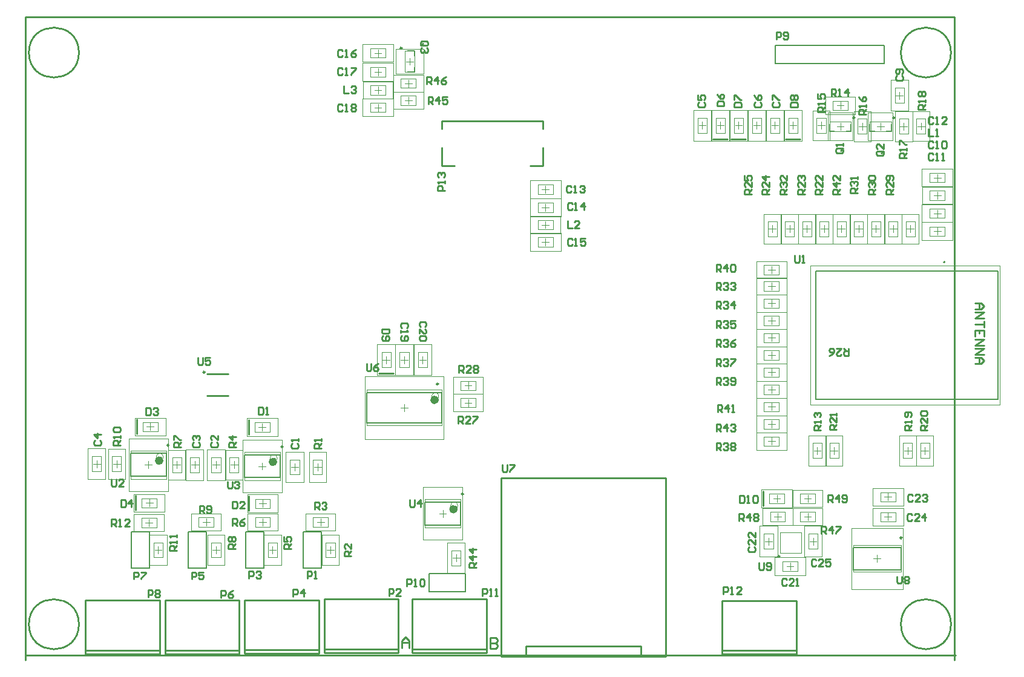
<source format=gto>
G04*
G04 #@! TF.GenerationSoftware,Altium Limited,Altium Designer,22.0.2 (36)*
G04*
G04 Layer_Color=65535*
%FSLAX44Y44*%
%MOMM*%
G71*
G04*
G04 #@! TF.SameCoordinates,44A75C0C-92E7-4886-82EC-FF5ABF5C97BD*
G04*
G04*
G04 #@! TF.FilePolarity,Positive*
G04*
G01*
G75*
%ADD10C,0.2500*%
%ADD11C,0.2540*%
%ADD12C,0.6000*%
%ADD13C,0.2000*%
%ADD14C,0.1000*%
%ADD15C,0.1270*%
%ADD16C,0.0500*%
D10*
X1160270Y758760D02*
G03*
X1160270Y758760I-1250J0D01*
G01*
X1226420Y171070D02*
G03*
X1226420Y171070I-1250J0D01*
G01*
X577850Y386250D02*
G03*
X577850Y386250I-1250J0D01*
G01*
X612800Y232250D02*
G03*
X612800Y232250I-1250J0D01*
G01*
X360250Y298460D02*
G03*
X360250Y298460I-1250J0D01*
G01*
X201000Y300330D02*
G03*
X201000Y300330I-1250J0D01*
G01*
X526930Y856370D02*
G03*
X526930Y856370I-1250J0D01*
G01*
X1216340Y758760D02*
G03*
X1216340Y758760I-1250J0D01*
G01*
D11*
X1055510Y144950D02*
G03*
X1055510Y144950I-1270J0D01*
G01*
X251220Y402780D02*
G03*
X251220Y402780I-1270J0D01*
G01*
X75000Y50000D02*
G03*
X75000Y50000I-35000J0D01*
G01*
X1295000D02*
G03*
X1295000Y50000I-35000J0D01*
G01*
Y850000D02*
G03*
X1295000Y850000I-35000J0D01*
G01*
X75000D02*
G03*
X75000Y850000I-35000J0D01*
G01*
X700550Y5570D02*
Y19540D01*
X861550Y5570D02*
Y19540D01*
X700550D02*
X861550D01*
X896050Y4540D02*
Y254540D01*
X666050Y4540D02*
Y254540D01*
Y4540D02*
X896050D01*
X666050Y254540D02*
X896050D01*
X254000Y400000D02*
X284000D01*
X254000Y370000D02*
X284000D01*
X724360Y742890D02*
Y753890D01*
X582360Y742890D02*
Y753890D01*
X724360Y691690D02*
Y716890D01*
X582360Y753890D02*
X724360D01*
X706360Y691690D02*
X724360D01*
X582360D02*
X600360D01*
X582360D02*
Y716890D01*
X1079000Y8000D02*
Y83000D01*
X975000Y8000D02*
Y83000D01*
Y8000D02*
X1079000D01*
X975000Y83000D02*
X1079000D01*
X975000Y13000D02*
X1079000D01*
X645000Y10000D02*
Y85000D01*
X541000Y10000D02*
Y85000D01*
Y10000D02*
X645000D01*
X541000Y85000D02*
X645000D01*
X541000Y15000D02*
X645000D01*
X188000Y8270D02*
Y83270D01*
X84000Y8270D02*
Y83270D01*
Y8270D02*
X188000D01*
X84000Y83270D02*
X188000D01*
X84000Y13270D02*
X188000D01*
X299333Y8270D02*
Y83270D01*
X195333Y8270D02*
Y83270D01*
Y8270D02*
X299333D01*
X195333Y83270D02*
X299333D01*
X195333Y13270D02*
X299333D01*
X410667Y9000D02*
Y84000D01*
X306667Y9000D02*
Y84000D01*
Y9000D02*
X410667D01*
X306667Y84000D02*
X410667D01*
X306667Y14000D02*
X410667D01*
X522000Y10000D02*
Y85000D01*
X418000Y10000D02*
Y85000D01*
Y10000D02*
X522000D01*
X418000Y85000D02*
X522000D01*
X418000Y15000D02*
X522000D01*
X1032330Y215660D02*
Y235980D01*
X494840Y400950D02*
X515160D01*
X1063990Y728980D02*
X1084310D01*
X987790D02*
X1008110D01*
X962390D02*
X982710D01*
X154420Y209580D02*
Y229900D01*
X155690Y316260D02*
Y336580D01*
X312950Y208840D02*
Y229160D01*
X312400Y315660D02*
Y335980D01*
X1142332Y716280D02*
X1135668D01*
X1134002Y714614D01*
Y711282D01*
X1135668Y709615D01*
X1142332D01*
X1143998Y711282D01*
Y714614D01*
X1140666Y712948D02*
X1143998Y716280D01*
Y714614D02*
X1142332Y716280D01*
X1143998Y719612D02*
Y722944D01*
Y721278D01*
X1134002D01*
X1135668Y719612D01*
X586798Y657224D02*
X576802D01*
Y662222D01*
X578468Y663888D01*
X581800D01*
X583466Y662222D01*
Y657224D01*
X586798Y667221D02*
Y670553D01*
Y668887D01*
X576802D01*
X578468Y667221D01*
Y675552D02*
X576802Y677218D01*
Y680550D01*
X578468Y682216D01*
X580134D01*
X581800Y680550D01*
Y678884D01*
Y680550D01*
X583466Y682216D01*
X585132D01*
X586798Y680550D01*
Y677218D01*
X585132Y675552D01*
X650540Y30775D02*
Y15540D01*
X658158D01*
X660697Y18079D01*
Y20618D01*
X658158Y23157D01*
X650540D01*
X658158D01*
X660697Y25697D01*
Y28236D01*
X658158Y30775D01*
X650540D01*
X526540Y16540D02*
Y26697D01*
X531618Y31775D01*
X536697Y26697D01*
Y16540D01*
Y24158D01*
X526540D01*
X533332Y464998D02*
X534998Y466665D01*
Y469997D01*
X533332Y471663D01*
X526668D01*
X525002Y469997D01*
Y466665D01*
X526668Y464998D01*
X525002Y461666D02*
Y458334D01*
Y460000D01*
X534998D01*
X533332Y461666D01*
X526668Y453335D02*
X525002Y451669D01*
Y448337D01*
X526668Y446671D01*
X533332D01*
X534998Y448337D01*
Y451669D01*
X533332Y453335D01*
X531666D01*
X530000Y451669D01*
Y446671D01*
X554668Y859666D02*
X561332D01*
X562998Y861332D01*
Y864665D01*
X561332Y866331D01*
X554668D01*
X553002Y864665D01*
Y861332D01*
X556334Y862998D02*
X553002Y859666D01*
Y861332D02*
X554668Y859666D01*
X561332Y856334D02*
X562998Y854668D01*
Y851336D01*
X561332Y849669D01*
X559666D01*
X558000Y851336D01*
Y853002D01*
Y851336D01*
X556334Y849669D01*
X554668D01*
X553002Y851336D01*
Y854668D01*
X554668Y856334D01*
X443839Y852732D02*
X442172Y854398D01*
X438840D01*
X437174Y852732D01*
Y846068D01*
X438840Y844402D01*
X442172D01*
X443839Y846068D01*
X447171Y844402D02*
X450503D01*
X448837D01*
Y854398D01*
X447171Y852732D01*
X462166Y854398D02*
X458834Y852732D01*
X455501Y849400D01*
Y846068D01*
X457168Y844402D01*
X460500D01*
X462166Y846068D01*
Y847734D01*
X460500Y849400D01*
X455501D01*
X443839Y827266D02*
X442172Y828932D01*
X438840D01*
X437174Y827266D01*
Y820601D01*
X438840Y818935D01*
X442172D01*
X443839Y820601D01*
X447171Y818935D02*
X450503D01*
X448837D01*
Y828932D01*
X447171Y827266D01*
X455501Y828932D02*
X462166D01*
Y827266D01*
X455501Y820601D01*
Y818935D01*
X443839Y776332D02*
X442172Y777999D01*
X438840D01*
X437174Y776332D01*
Y769668D01*
X438840Y768002D01*
X442172D01*
X443839Y769668D01*
X447171Y768002D02*
X450503D01*
X448837D01*
Y777999D01*
X447171Y776332D01*
X455501D02*
X457168Y777999D01*
X460500D01*
X462166Y776332D01*
Y774666D01*
X460500Y773000D01*
X462166Y771334D01*
Y769668D01*
X460500Y768002D01*
X457168D01*
X455501Y769668D01*
Y771334D01*
X457168Y773000D01*
X455501Y774666D01*
Y776332D01*
X457168Y773000D02*
X460500D01*
X563671Y778002D02*
Y787998D01*
X568669D01*
X570336Y786332D01*
Y783000D01*
X568669Y781334D01*
X563671D01*
X567003D02*
X570336Y778002D01*
X578666D02*
Y787998D01*
X573668Y783000D01*
X580332D01*
X590329Y787998D02*
X583665D01*
Y783000D01*
X586997Y784666D01*
X588663D01*
X590329Y783000D01*
Y779668D01*
X588663Y778002D01*
X585331D01*
X583665Y779668D01*
X445505Y803465D02*
Y793468D01*
X452169D01*
X455501Y801799D02*
X457168Y803465D01*
X460500D01*
X462166Y801799D01*
Y800133D01*
X460500Y798467D01*
X458834D01*
X460500D01*
X462166Y796801D01*
Y795135D01*
X460500Y793468D01*
X457168D01*
X455501Y795135D01*
X758504Y614248D02*
Y604252D01*
X765169D01*
X775165D02*
X768501D01*
X775165Y610916D01*
Y612582D01*
X773499Y614248D01*
X770167D01*
X768501Y612582D01*
X765169Y637982D02*
X763502Y639648D01*
X760170D01*
X758504Y637982D01*
Y631318D01*
X760170Y629652D01*
X763502D01*
X765169Y631318D01*
X768501Y629652D02*
X771833D01*
X770167D01*
Y639648D01*
X768501Y637982D01*
X781830Y629652D02*
Y639648D01*
X776831Y634650D01*
X783496D01*
X764169Y662332D02*
X762502Y663998D01*
X759170D01*
X757504Y662332D01*
Y655668D01*
X759170Y654002D01*
X762502D01*
X764169Y655668D01*
X767501Y654002D02*
X770833D01*
X769167D01*
Y663998D01*
X767501Y662332D01*
X775832D02*
X777498Y663998D01*
X780830D01*
X782496Y662332D01*
Y660666D01*
X780830Y659000D01*
X779164D01*
X780830D01*
X782496Y657334D01*
Y655668D01*
X780830Y654002D01*
X777498D01*
X775832Y655668D01*
X765169Y588332D02*
X763502Y589998D01*
X760170D01*
X758504Y588332D01*
Y581668D01*
X760170Y580002D01*
X763502D01*
X765169Y581668D01*
X768501Y580002D02*
X771833D01*
X770167D01*
Y589998D01*
X768501Y588332D01*
X783496Y589998D02*
X776832D01*
Y585000D01*
X780164Y586666D01*
X781830D01*
X783496Y585000D01*
Y581668D01*
X781830Y580002D01*
X778498D01*
X776832Y581668D01*
X561671Y806002D02*
Y815998D01*
X566669D01*
X568335Y814332D01*
Y811000D01*
X566669Y809334D01*
X561671D01*
X565003D02*
X568335Y806002D01*
X576666D02*
Y815998D01*
X571668Y811000D01*
X578332D01*
X588329Y815998D02*
X584997Y814332D01*
X581665Y811000D01*
Y807668D01*
X583331Y806002D01*
X586663D01*
X588329Y807668D01*
Y809334D01*
X586663Y811000D01*
X581665D01*
X273669Y87002D02*
Y96998D01*
X278668D01*
X280334Y95332D01*
Y92000D01*
X278668Y90334D01*
X273669D01*
X290331Y96998D02*
X286998Y95332D01*
X283666Y92000D01*
Y88668D01*
X285332Y87002D01*
X288664D01*
X290331Y88668D01*
Y90334D01*
X288664Y92000D01*
X283666D01*
X508669Y90002D02*
Y99998D01*
X513668D01*
X515334Y98332D01*
Y95000D01*
X513668Y93334D01*
X508669D01*
X525331Y90002D02*
X518666D01*
X525331Y96666D01*
Y98332D01*
X523665Y99998D01*
X520332D01*
X518666Y98332D01*
X606671Y402002D02*
Y411998D01*
X611669D01*
X613335Y410332D01*
Y407000D01*
X611669Y405334D01*
X606671D01*
X610003D02*
X613335Y402002D01*
X623332D02*
X616668D01*
X623332Y408666D01*
Y410332D01*
X621666Y411998D01*
X618334D01*
X616668Y410332D01*
X626665D02*
X628331Y411998D01*
X631663D01*
X633329Y410332D01*
Y408666D01*
X631663Y407000D01*
X633329Y405334D01*
Y403668D01*
X631663Y402002D01*
X628331D01*
X626665Y403668D01*
Y405334D01*
X628331Y407000D01*
X626665Y408666D01*
Y410332D01*
X628331Y407000D02*
X631663D01*
X605671Y331002D02*
Y340998D01*
X610669D01*
X612336Y339332D01*
Y336000D01*
X610669Y334334D01*
X605671D01*
X609003D02*
X612336Y331002D01*
X622332D02*
X615668D01*
X622332Y337666D01*
Y339332D01*
X620666Y340998D01*
X617334D01*
X615668Y339332D01*
X625664Y340998D02*
X632329D01*
Y339332D01*
X625664Y332668D01*
Y331002D01*
X639170Y90002D02*
Y99998D01*
X644169D01*
X645835Y98332D01*
Y95000D01*
X644169Y93334D01*
X639170D01*
X649167Y90002D02*
X652499D01*
X650833D01*
Y99998D01*
X649167Y98332D01*
X657498Y90002D02*
X660830D01*
X659164D01*
Y99998D01*
X657498Y98332D01*
X374669Y89002D02*
Y98998D01*
X379668D01*
X381334Y97332D01*
Y94000D01*
X379668Y92334D01*
X374669D01*
X389664Y89002D02*
Y98998D01*
X384666Y94000D01*
X391331D01*
X1263504Y742998D02*
Y733002D01*
X1270169D01*
X1273501D02*
X1276833D01*
X1275167D01*
Y742998D01*
X1273501Y741332D01*
X1270169Y724332D02*
X1268502Y725998D01*
X1265170D01*
X1263504Y724332D01*
Y717668D01*
X1265170Y716002D01*
X1268502D01*
X1270169Y717668D01*
X1273501Y716002D02*
X1276833D01*
X1275167D01*
Y725998D01*
X1273501Y724332D01*
X1281831D02*
X1283498Y725998D01*
X1286830D01*
X1288496Y724332D01*
Y717668D01*
X1286830Y716002D01*
X1283498D01*
X1281831Y717668D01*
Y724332D01*
X1026669Y135998D02*
Y127668D01*
X1028335Y126002D01*
X1031668D01*
X1033334Y127668D01*
Y135998D01*
X1036666Y127668D02*
X1038332Y126002D01*
X1041665D01*
X1043331Y127668D01*
Y134332D01*
X1041665Y135998D01*
X1038332D01*
X1036666Y134332D01*
Y132666D01*
X1038332Y131000D01*
X1043331D01*
X667258Y273395D02*
Y265064D01*
X668924Y263398D01*
X672256D01*
X673923Y265064D01*
Y273395D01*
X677255D02*
X683919D01*
Y271729D01*
X677255Y265064D01*
Y263398D01*
X241870Y422965D02*
Y414634D01*
X243536Y412968D01*
X246868D01*
X248535Y414634D01*
Y422965D01*
X258531D02*
X251867D01*
Y417966D01*
X255199Y419632D01*
X256865D01*
X258531Y417966D01*
Y414634D01*
X256865Y412968D01*
X253533D01*
X251867Y414634D01*
X1219669Y116998D02*
Y108668D01*
X1221336Y107002D01*
X1224668D01*
X1226334Y108668D01*
Y116998D01*
X1229666Y115332D02*
X1231332Y116998D01*
X1234665D01*
X1236331Y115332D01*
Y113666D01*
X1234665Y112000D01*
X1236331Y110334D01*
Y108668D01*
X1234665Y107002D01*
X1231332D01*
X1229666Y108668D01*
Y110334D01*
X1231332Y112000D01*
X1229666Y113666D01*
Y115332D01*
X1231332Y112000D02*
X1234665D01*
X477266Y414873D02*
Y406542D01*
X478932Y404876D01*
X482264D01*
X483931Y406542D01*
Y414873D01*
X493927D02*
X490595Y413207D01*
X487263Y409874D01*
Y406542D01*
X488929Y404876D01*
X492261D01*
X493927Y406542D01*
Y408208D01*
X492261Y409874D01*
X487263D01*
X282669Y249998D02*
Y241668D01*
X284335Y240002D01*
X287668D01*
X289334Y241668D01*
Y249998D01*
X292666Y248332D02*
X294332Y249998D01*
X297665D01*
X299331Y248332D01*
Y246666D01*
X297665Y245000D01*
X295998D01*
X297665D01*
X299331Y243334D01*
Y241668D01*
X297665Y240002D01*
X294332D01*
X292666Y241668D01*
X120669Y252998D02*
Y244668D01*
X122336Y243002D01*
X125668D01*
X127334Y244668D01*
Y252998D01*
X137331Y243002D02*
X130666D01*
X137331Y249666D01*
Y251332D01*
X135665Y252998D01*
X132332D01*
X130666Y251332D01*
X537669Y223998D02*
Y215668D01*
X539336Y214002D01*
X542668D01*
X544334Y215668D01*
Y223998D01*
X552664Y214002D02*
Y223998D01*
X547666Y219000D01*
X554331D01*
X1070422Y773989D02*
X1080418D01*
Y778988D01*
X1078752Y780654D01*
X1072088D01*
X1070422Y778988D01*
Y773989D01*
X1072088Y783986D02*
X1070422Y785652D01*
Y788985D01*
X1072088Y790651D01*
X1073754D01*
X1075420Y788985D01*
X1077086Y790651D01*
X1078752D01*
X1080418Y788985D01*
Y785652D01*
X1078752Y783986D01*
X1077086D01*
X1075420Y785652D01*
X1073754Y783986D01*
X1072088D01*
X1075420Y785652D02*
Y788985D01*
X991682Y773989D02*
X1001678D01*
Y778988D01*
X1000012Y780654D01*
X993348D01*
X991682Y778988D01*
Y773989D01*
Y783986D02*
Y790651D01*
X993348D01*
X1000012Y783986D01*
X1001678D01*
X967552Y775259D02*
X977548D01*
Y780258D01*
X975882Y781924D01*
X969218D01*
X967552Y780258D01*
Y775259D01*
Y791921D02*
X969218Y788588D01*
X972550Y785256D01*
X975882D01*
X977548Y786922D01*
Y790255D01*
X975882Y791921D01*
X974216D01*
X972550Y790255D01*
Y785256D01*
X1076646Y566338D02*
Y558008D01*
X1078312Y556342D01*
X1081644D01*
X1083310Y558008D01*
Y566338D01*
X1086642Y556342D02*
X1089975D01*
X1088308D01*
Y566338D01*
X1086642Y564672D01*
X1175938Y763474D02*
X1165942D01*
Y768472D01*
X1167608Y770138D01*
X1170940D01*
X1172606Y768472D01*
Y763474D01*
Y766806D02*
X1175938Y770138D01*
Y773471D02*
Y776803D01*
Y775137D01*
X1165942D01*
X1167608Y773471D01*
X1165942Y788466D02*
X1167608Y785134D01*
X1170940Y781802D01*
X1174272D01*
X1175938Y783468D01*
Y786800D01*
X1174272Y788466D01*
X1172606D01*
X1170940Y786800D01*
Y781802D01*
X630998Y129671D02*
X621002D01*
Y134669D01*
X622668Y136335D01*
X626000D01*
X627666Y134669D01*
Y129671D01*
Y133003D02*
X630998Y136335D01*
Y144666D02*
X621002D01*
X626000Y139668D01*
Y146332D01*
X630998Y154663D02*
X621002D01*
X626000Y149664D01*
Y156329D01*
X1065596Y651671D02*
X1055599D01*
Y656669D01*
X1057265Y658335D01*
X1060597D01*
X1062263Y656669D01*
Y651671D01*
Y655003D02*
X1065596Y658335D01*
X1057265Y661668D02*
X1055599Y663334D01*
Y666666D01*
X1057265Y668332D01*
X1058931D01*
X1060597Y666666D01*
Y665000D01*
Y666666D01*
X1062263Y668332D01*
X1063930D01*
X1065596Y666666D01*
Y663334D01*
X1063930Y661668D01*
X1065596Y678329D02*
Y671665D01*
X1058931Y678329D01*
X1057265D01*
X1055599Y676663D01*
Y673331D01*
X1057265Y671665D01*
X1113671Y177002D02*
Y186998D01*
X1118669D01*
X1120335Y185332D01*
Y182000D01*
X1118669Y180334D01*
X1113671D01*
X1117003D02*
X1120335Y177002D01*
X1128666D02*
Y186998D01*
X1123668Y182000D01*
X1130332D01*
X1133664Y186998D02*
X1140329D01*
Y185332D01*
X1133664Y178668D01*
Y177002D01*
X998671Y195002D02*
Y204998D01*
X1003669D01*
X1005335Y203332D01*
Y200000D01*
X1003669Y198334D01*
X998671D01*
X1002003D02*
X1005335Y195002D01*
X1013666D02*
Y204998D01*
X1008668Y200000D01*
X1015332D01*
X1018664Y203332D02*
X1020331Y204998D01*
X1023663D01*
X1025329Y203332D01*
Y201666D01*
X1023663Y200000D01*
X1025329Y198334D01*
Y196668D01*
X1023663Y195002D01*
X1020331D01*
X1018664Y196668D01*
Y198334D01*
X1020331Y200000D01*
X1018664Y201666D01*
Y203332D01*
X1020331Y200000D02*
X1023663D01*
X1122671Y221002D02*
Y230998D01*
X1127669D01*
X1129335Y229332D01*
Y226000D01*
X1127669Y224334D01*
X1122671D01*
X1126003D02*
X1129335Y221002D01*
X1137666D02*
Y230998D01*
X1132668Y226000D01*
X1139332D01*
X1142664Y222668D02*
X1144331Y221002D01*
X1147663D01*
X1149329Y222668D01*
Y229332D01*
X1147663Y230998D01*
X1144331D01*
X1142664Y229332D01*
Y227666D01*
X1144331Y226000D01*
X1149329D01*
X966671Y464902D02*
Y474898D01*
X971669D01*
X973335Y473232D01*
Y469900D01*
X971669Y468234D01*
X966671D01*
X970003D02*
X973335Y464902D01*
X976668Y473232D02*
X978334Y474898D01*
X981666D01*
X983332Y473232D01*
Y471566D01*
X981666Y469900D01*
X980000D01*
X981666D01*
X983332Y468234D01*
Y466568D01*
X981666Y464902D01*
X978334D01*
X976668Y466568D01*
X993329Y474898D02*
X986665D01*
Y469900D01*
X989997Y471566D01*
X991663D01*
X993329Y469900D01*
Y466568D01*
X991663Y464902D01*
X988331D01*
X986665Y466568D01*
X1118598Y767284D02*
X1108602D01*
Y772282D01*
X1110268Y773949D01*
X1113600D01*
X1115266Y772282D01*
Y767284D01*
Y770616D02*
X1118598Y773949D01*
Y777281D02*
Y780613D01*
Y778947D01*
X1108602D01*
X1110268Y777281D01*
X1108602Y792276D02*
Y785611D01*
X1113600D01*
X1111934Y788944D01*
Y790610D01*
X1113600Y792276D01*
X1116932D01*
X1118598Y790610D01*
Y787278D01*
X1116932Y785611D01*
X1164531Y653337D02*
X1154534D01*
Y658335D01*
X1156200Y660002D01*
X1159532D01*
X1161199Y658335D01*
Y653337D01*
Y656669D02*
X1164531Y660002D01*
X1156200Y663334D02*
X1154534Y665000D01*
Y668332D01*
X1156200Y669998D01*
X1157866D01*
X1159532Y668332D01*
Y666666D01*
Y668332D01*
X1161199Y669998D01*
X1162865D01*
X1164531Y668332D01*
Y665000D01*
X1162865Y663334D01*
X1164531Y673331D02*
Y676663D01*
Y674997D01*
X1154534D01*
X1156200Y673331D01*
X1213998Y651671D02*
X1204001D01*
Y656669D01*
X1205667Y658335D01*
X1209000D01*
X1210666Y656669D01*
Y651671D01*
Y655003D02*
X1213998Y658335D01*
Y668332D02*
Y661668D01*
X1207334Y668332D01*
X1205667D01*
X1204001Y666666D01*
Y663334D01*
X1205667Y661668D01*
X1212332Y671665D02*
X1213998Y673331D01*
Y676663D01*
X1212332Y678329D01*
X1205667D01*
X1204001Y676663D01*
Y673331D01*
X1205667Y671665D01*
X1207334D01*
X1209000Y673331D01*
Y678329D01*
X966671Y384892D02*
Y394888D01*
X971669D01*
X973335Y393222D01*
Y389890D01*
X971669Y388224D01*
X966671D01*
X970003D02*
X973335Y384892D01*
X976668Y393222D02*
X978334Y394888D01*
X981666D01*
X983332Y393222D01*
Y391556D01*
X981666Y389890D01*
X980000D01*
X981666D01*
X983332Y388224D01*
Y386558D01*
X981666Y384892D01*
X978334D01*
X976668Y386558D01*
X986665D02*
X988331Y384892D01*
X991663D01*
X993329Y386558D01*
Y393222D01*
X991663Y394888D01*
X988331D01*
X986665Y393222D01*
Y391556D01*
X988331Y389890D01*
X993329D01*
X371998Y155669D02*
X362002D01*
Y160668D01*
X363668Y162334D01*
X367000D01*
X368666Y160668D01*
Y155669D01*
Y159002D02*
X371998Y162334D01*
X362002Y172331D02*
Y165666D01*
X367000D01*
X365334Y168998D01*
Y170665D01*
X367000Y172331D01*
X370332D01*
X371998Y170665D01*
Y167332D01*
X370332Y165666D01*
X404669Y211002D02*
Y220998D01*
X409668D01*
X411334Y219332D01*
Y216000D01*
X409668Y214334D01*
X404669D01*
X408002D02*
X411334Y211002D01*
X414666Y219332D02*
X416332Y220998D01*
X419664D01*
X421331Y219332D01*
Y217666D01*
X419664Y216000D01*
X417998D01*
X419664D01*
X421331Y214334D01*
Y212668D01*
X419664Y211002D01*
X416332D01*
X414666Y212668D01*
X413918Y296295D02*
X403922D01*
Y301294D01*
X405588Y302960D01*
X408920D01*
X410586Y301294D01*
Y296295D01*
Y299628D02*
X413918Y302960D01*
Y306292D02*
Y309625D01*
Y307958D01*
X403922D01*
X405588Y306292D01*
X293998Y155669D02*
X284002D01*
Y160668D01*
X285668Y162334D01*
X289000D01*
X290666Y160668D01*
Y155669D01*
Y159002D02*
X293998Y162334D01*
X285668Y165666D02*
X284002Y167332D01*
Y170665D01*
X285668Y172331D01*
X287334D01*
X289000Y170665D01*
X290666Y172331D01*
X292332D01*
X293998Y170665D01*
Y167332D01*
X292332Y165666D01*
X290666D01*
X289000Y167332D01*
X287334Y165666D01*
X285668D01*
X289000Y167332D02*
Y170665D01*
X120504Y187002D02*
Y196998D01*
X125502D01*
X127169Y195332D01*
Y192000D01*
X125502Y190334D01*
X120504D01*
X123836D02*
X127169Y187002D01*
X130501D02*
X133833D01*
X132167D01*
Y196998D01*
X130501Y195332D01*
X145496Y187002D02*
X138832D01*
X145496Y193666D01*
Y195332D01*
X143830Y196998D01*
X140498D01*
X138832Y195332D01*
X132998Y300504D02*
X123002D01*
Y305502D01*
X124668Y307169D01*
X128000D01*
X129666Y305502D01*
Y300504D01*
Y303836D02*
X132998Y307169D01*
Y310501D02*
Y313833D01*
Y312167D01*
X123002D01*
X124668Y310501D01*
Y318831D02*
X123002Y320498D01*
Y323830D01*
X124668Y325496D01*
X131332D01*
X132998Y323830D01*
Y320498D01*
X131332Y318831D01*
X124668D01*
X211998Y153170D02*
X202002D01*
Y158169D01*
X203668Y159835D01*
X207000D01*
X208666Y158169D01*
Y153170D01*
Y156502D02*
X211998Y159835D01*
Y163167D02*
Y166499D01*
Y164833D01*
X202002D01*
X203668Y163167D01*
X211998Y171498D02*
Y174830D01*
Y173164D01*
X202002D01*
X203668Y171498D01*
X294998Y297669D02*
X285002D01*
Y302668D01*
X286668Y304334D01*
X290000D01*
X291666Y302668D01*
Y297669D01*
Y301002D02*
X294998Y304334D01*
Y312665D02*
X285002D01*
X290000Y307666D01*
Y314331D01*
X217998Y297669D02*
X208002D01*
Y302668D01*
X209668Y304334D01*
X213000D01*
X214666Y302668D01*
Y297669D01*
Y301002D02*
X217998Y304334D01*
X208002Y307666D02*
Y314331D01*
X209668D01*
X216332Y307666D01*
X217998D01*
X455998Y145669D02*
X446002D01*
Y150668D01*
X447668Y152334D01*
X451000D01*
X452666Y150668D01*
Y145669D01*
Y149002D02*
X455998Y152334D01*
Y162331D02*
Y155666D01*
X449334Y162331D01*
X447668D01*
X446002Y160665D01*
Y157332D01*
X447668Y155666D01*
X289669Y188002D02*
Y197998D01*
X294668D01*
X296334Y196332D01*
Y193000D01*
X294668Y191334D01*
X289669D01*
X293002D02*
X296334Y188002D01*
X306331Y197998D02*
X302998Y196332D01*
X299666Y193000D01*
Y189668D01*
X301332Y188002D01*
X304664D01*
X306331Y189668D01*
Y191334D01*
X304664Y193000D01*
X299666D01*
X243669Y206002D02*
Y215998D01*
X248668D01*
X250334Y214332D01*
Y211000D01*
X248668Y209334D01*
X243669D01*
X247002D02*
X250334Y206002D01*
X253666Y207668D02*
X255332Y206002D01*
X258664D01*
X260331Y207668D01*
Y214332D01*
X258664Y215998D01*
X255332D01*
X253666Y214332D01*
Y212666D01*
X255332Y211000D01*
X260331D01*
X966671Y411562D02*
Y421558D01*
X971669D01*
X973335Y419892D01*
Y416560D01*
X971669Y414894D01*
X966671D01*
X970003D02*
X973335Y411562D01*
X976668Y419892D02*
X978334Y421558D01*
X981666D01*
X983332Y419892D01*
Y418226D01*
X981666Y416560D01*
X980000D01*
X981666D01*
X983332Y414894D01*
Y413228D01*
X981666Y411562D01*
X978334D01*
X976668Y413228D01*
X986665Y421558D02*
X993329D01*
Y419892D01*
X986665Y413228D01*
Y411562D01*
X1151249Y435528D02*
Y425532D01*
X1146251D01*
X1144585Y427198D01*
Y430530D01*
X1146251Y432196D01*
X1151249D01*
X1147917D02*
X1144585Y435528D01*
X1134588D02*
X1141252D01*
X1134588Y428864D01*
Y427198D01*
X1136254Y425532D01*
X1139586D01*
X1141252Y427198D01*
X1124591Y425532D02*
X1127923Y427198D01*
X1131255Y430530D01*
Y433862D01*
X1129589Y435528D01*
X1126257D01*
X1124591Y433862D01*
Y432196D01*
X1126257Y430530D01*
X1131255D01*
X966671Y320122D02*
Y330118D01*
X971669D01*
X973335Y328452D01*
Y325120D01*
X971669Y323454D01*
X966671D01*
X970003D02*
X973335Y320122D01*
X981666D02*
Y330118D01*
X976668Y325120D01*
X983332D01*
X986665Y328452D02*
X988331Y330118D01*
X991663D01*
X993329Y328452D01*
Y326786D01*
X991663Y325120D01*
X989997D01*
X991663D01*
X993329Y323454D01*
Y321788D01*
X991663Y320122D01*
X988331D01*
X986665Y321788D01*
X1040862Y651671D02*
X1030865D01*
Y656669D01*
X1032531Y658335D01*
X1035864D01*
X1037530Y656669D01*
Y651671D01*
Y655003D02*
X1040862Y658335D01*
Y668332D02*
Y661668D01*
X1034198Y668332D01*
X1032531D01*
X1030865Y666666D01*
Y663334D01*
X1032531Y661668D01*
X1040862Y676663D02*
X1030865D01*
X1035864Y671665D01*
Y678329D01*
X1016128Y651671D02*
X1006132D01*
Y656669D01*
X1007798Y658335D01*
X1011130D01*
X1012796Y656669D01*
Y651671D01*
Y655003D02*
X1016128Y658335D01*
Y668332D02*
Y661668D01*
X1009464Y668332D01*
X1007798D01*
X1006132Y666666D01*
Y663334D01*
X1007798Y661668D01*
X1006132Y678329D02*
Y671665D01*
X1011130D01*
X1009464Y674997D01*
Y676663D01*
X1011130Y678329D01*
X1014462D01*
X1016128Y676663D01*
Y673331D01*
X1014462Y671665D01*
X968337Y346792D02*
Y356788D01*
X973335D01*
X975002Y355122D01*
Y351790D01*
X973335Y350124D01*
X968337D01*
X971669D02*
X975002Y346792D01*
X983332D02*
Y356788D01*
X978334Y351790D01*
X984998D01*
X988331Y346792D02*
X991663D01*
X989997D01*
Y356788D01*
X988331Y355122D01*
X1090330Y651671D02*
X1080333D01*
Y656669D01*
X1081999Y658335D01*
X1085331D01*
X1086997Y656669D01*
Y651671D01*
Y655003D02*
X1090330Y658335D01*
Y668332D02*
Y661668D01*
X1083665Y668332D01*
X1081999D01*
X1080333Y666666D01*
Y663334D01*
X1081999Y661668D01*
Y671665D02*
X1080333Y673331D01*
Y676663D01*
X1081999Y678329D01*
X1083665D01*
X1085331Y676663D01*
Y674997D01*
Y676663D01*
X1086997Y678329D01*
X1088663D01*
X1090330Y676663D01*
Y673331D01*
X1088663Y671665D01*
X1261998Y321671D02*
X1252002D01*
Y326669D01*
X1253668Y328335D01*
X1257000D01*
X1258666Y326669D01*
Y321671D01*
Y325003D02*
X1261998Y328335D01*
Y338332D02*
Y331668D01*
X1255334Y338332D01*
X1253668D01*
X1252002Y336666D01*
Y333334D01*
X1253668Y331668D01*
Y341665D02*
X1252002Y343331D01*
Y346663D01*
X1253668Y348329D01*
X1260332D01*
X1261998Y346663D01*
Y343331D01*
X1260332Y341665D01*
X1253668D01*
X966671Y491572D02*
Y501568D01*
X971669D01*
X973335Y499902D01*
Y496570D01*
X971669Y494904D01*
X966671D01*
X970003D02*
X973335Y491572D01*
X976668Y499902D02*
X978334Y501568D01*
X981666D01*
X983332Y499902D01*
Y498236D01*
X981666Y496570D01*
X980000D01*
X981666D01*
X983332Y494904D01*
Y493238D01*
X981666Y491572D01*
X978334D01*
X976668Y493238D01*
X991663Y491572D02*
Y501568D01*
X986665Y496570D01*
X993329D01*
X966671Y518242D02*
Y528238D01*
X971669D01*
X973335Y526572D01*
Y523240D01*
X971669Y521574D01*
X966671D01*
X970003D02*
X973335Y518242D01*
X976668Y526572D02*
X978334Y528238D01*
X981666D01*
X983332Y526572D01*
Y524906D01*
X981666Y523240D01*
X980000D01*
X981666D01*
X983332Y521574D01*
Y519908D01*
X981666Y518242D01*
X978334D01*
X976668Y519908D01*
X986665Y526572D02*
X988331Y528238D01*
X991663D01*
X993329Y526572D01*
Y524906D01*
X991663Y523240D01*
X989997D01*
X991663D01*
X993329Y521574D01*
Y519908D01*
X991663Y518242D01*
X988331D01*
X986665Y519908D01*
X1239968Y321604D02*
X1229972D01*
Y326602D01*
X1231638Y328269D01*
X1234970D01*
X1236636Y326602D01*
Y321604D01*
Y324936D02*
X1239968Y328269D01*
Y331601D02*
Y334933D01*
Y333267D01*
X1229972D01*
X1231638Y331601D01*
X1238302Y339931D02*
X1239968Y341598D01*
Y344930D01*
X1238302Y346596D01*
X1231638D01*
X1229972Y344930D01*
Y341598D01*
X1231638Y339931D01*
X1233304D01*
X1234970Y341598D01*
Y346596D01*
X1139797Y651671D02*
X1129800D01*
Y656669D01*
X1131466Y658335D01*
X1134799D01*
X1136465Y656669D01*
Y651671D01*
Y655003D02*
X1139797Y658335D01*
Y666666D02*
X1129800D01*
X1134799Y661668D01*
Y668332D01*
X1139797Y678329D02*
Y671665D01*
X1133132Y678329D01*
X1131466D01*
X1129800Y676663D01*
Y673331D01*
X1131466Y671665D01*
X1112998Y321504D02*
X1103002D01*
Y326502D01*
X1104668Y328169D01*
X1108000D01*
X1109666Y326502D01*
Y321504D01*
Y324836D02*
X1112998Y328169D01*
Y331501D02*
Y334833D01*
Y333167D01*
X1103002D01*
X1104668Y331501D01*
Y339832D02*
X1103002Y341498D01*
Y344830D01*
X1104668Y346496D01*
X1106334D01*
X1108000Y344830D01*
Y343164D01*
Y344830D01*
X1109666Y346496D01*
X1111332D01*
X1112998Y344830D01*
Y341498D01*
X1111332Y339832D01*
X966671Y293452D02*
Y303448D01*
X971669D01*
X973335Y301782D01*
Y298450D01*
X971669Y296784D01*
X966671D01*
X970003D02*
X973335Y293452D01*
X976668Y301782D02*
X978334Y303448D01*
X981666D01*
X983332Y301782D01*
Y300116D01*
X981666Y298450D01*
X980000D01*
X981666D01*
X983332Y296784D01*
Y295118D01*
X981666Y293452D01*
X978334D01*
X976668Y295118D01*
X986665Y301782D02*
X988331Y303448D01*
X991663D01*
X993329Y301782D01*
Y300116D01*
X991663Y298450D01*
X993329Y296784D01*
Y295118D01*
X991663Y293452D01*
X988331D01*
X986665Y295118D01*
Y296784D01*
X988331Y298450D01*
X986665Y300116D01*
Y301782D01*
X988331Y298450D02*
X991663D01*
X966671Y438232D02*
Y448228D01*
X971669D01*
X973335Y446562D01*
Y443230D01*
X971669Y441564D01*
X966671D01*
X970003D02*
X973335Y438232D01*
X976668Y446562D02*
X978334Y448228D01*
X981666D01*
X983332Y446562D01*
Y444896D01*
X981666Y443230D01*
X980000D01*
X981666D01*
X983332Y441564D01*
Y439898D01*
X981666Y438232D01*
X978334D01*
X976668Y439898D01*
X993329Y448228D02*
X989997Y446562D01*
X986665Y443230D01*
Y439898D01*
X988331Y438232D01*
X991663D01*
X993329Y439898D01*
Y441564D01*
X991663Y443230D01*
X986665D01*
X1115063Y651671D02*
X1105067D01*
Y656669D01*
X1106733Y658335D01*
X1110065D01*
X1111731Y656669D01*
Y651671D01*
Y655003D02*
X1115063Y658335D01*
Y668332D02*
Y661668D01*
X1108399Y668332D01*
X1106733D01*
X1105067Y666666D01*
Y663334D01*
X1106733Y661668D01*
X1115063Y678329D02*
Y671665D01*
X1108399Y678329D01*
X1106733D01*
X1105067Y676663D01*
Y673331D01*
X1106733Y671665D01*
X1127504Y789002D02*
Y798998D01*
X1132502D01*
X1134168Y797332D01*
Y794000D01*
X1132502Y792334D01*
X1127504D01*
X1130836D02*
X1134168Y789002D01*
X1137501D02*
X1140833D01*
X1139167D01*
Y798998D01*
X1137501Y797332D01*
X1150830Y789002D02*
Y798998D01*
X1145832Y794000D01*
X1152496D01*
X1232998Y702504D02*
X1223002D01*
Y707502D01*
X1224668Y709169D01*
X1228000D01*
X1229666Y707502D01*
Y702504D01*
Y705836D02*
X1232998Y709169D01*
Y712501D02*
Y715833D01*
Y714167D01*
X1223002D01*
X1224668Y712501D01*
X1223002Y720832D02*
Y727496D01*
X1224668D01*
X1231332Y720832D01*
X1232998D01*
X966671Y543642D02*
Y553638D01*
X971669D01*
X973335Y551972D01*
Y548640D01*
X971669Y546974D01*
X966671D01*
X970003D02*
X973335Y543642D01*
X981666D02*
Y553638D01*
X976668Y548640D01*
X983332D01*
X986665Y551972D02*
X988331Y553638D01*
X991663D01*
X993329Y551972D01*
Y545308D01*
X991663Y543642D01*
X988331D01*
X986665Y545308D01*
Y551972D01*
X1189265Y651671D02*
X1179268D01*
Y656669D01*
X1180934Y658335D01*
X1184266D01*
X1185932Y656669D01*
Y651671D01*
Y655003D02*
X1189265Y658335D01*
X1180934Y661668D02*
X1179268Y663334D01*
Y666666D01*
X1180934Y668332D01*
X1182600D01*
X1184266Y666666D01*
Y665000D01*
Y666666D01*
X1185932Y668332D01*
X1187598D01*
X1189265Y666666D01*
Y663334D01*
X1187598Y661668D01*
X1180934Y671665D02*
X1179268Y673331D01*
Y676663D01*
X1180934Y678329D01*
X1187598D01*
X1189265Y676663D01*
Y673331D01*
X1187598Y671665D01*
X1180934D01*
X1258998Y770504D02*
X1249002D01*
Y775502D01*
X1250668Y777169D01*
X1254000D01*
X1255666Y775502D01*
Y770504D01*
Y773836D02*
X1258998Y777169D01*
Y780501D02*
Y783833D01*
Y782167D01*
X1249002D01*
X1250668Y780501D01*
Y788831D02*
X1249002Y790498D01*
Y793830D01*
X1250668Y795496D01*
X1252334D01*
X1254000Y793830D01*
X1255666Y795496D01*
X1257332D01*
X1258998Y793830D01*
Y790498D01*
X1257332Y788831D01*
X1255666D01*
X1254000Y790498D01*
X1252334Y788831D01*
X1250668D01*
X1254000Y790498D02*
Y793830D01*
X1134998Y322337D02*
X1125002D01*
Y327336D01*
X1126668Y329002D01*
X1130000D01*
X1131666Y327336D01*
Y322337D01*
Y325669D02*
X1134998Y329002D01*
Y338998D02*
Y332334D01*
X1128334Y338998D01*
X1126668D01*
X1125002Y337332D01*
Y334000D01*
X1126668Y332334D01*
X1134998Y342331D02*
Y345663D01*
Y343997D01*
X1125002D01*
X1126668Y342331D01*
X1199332Y712334D02*
X1192668D01*
X1191002Y710668D01*
Y707336D01*
X1192668Y705669D01*
X1199332D01*
X1200998Y707336D01*
Y710668D01*
X1197666Y709002D02*
X1200998Y712334D01*
Y710668D02*
X1199332Y712334D01*
X1200998Y722331D02*
Y715666D01*
X1194334Y722331D01*
X1192668D01*
X1191002Y720665D01*
Y717332D01*
X1192668Y715666D01*
X232669Y113002D02*
Y122998D01*
X237668D01*
X239334Y121332D01*
Y118000D01*
X237668Y116334D01*
X232669D01*
X249331Y122998D02*
X242666D01*
Y118000D01*
X245998Y119666D01*
X247665D01*
X249331Y118000D01*
Y114668D01*
X247665Y113002D01*
X244332D01*
X242666Y114668D01*
X171669Y88002D02*
Y97998D01*
X176668D01*
X178334Y96332D01*
Y93000D01*
X176668Y91334D01*
X171669D01*
X181666Y96332D02*
X183332Y97998D01*
X186665D01*
X188331Y96332D01*
Y94666D01*
X186665Y93000D01*
X188331Y91334D01*
Y89668D01*
X186665Y88002D01*
X183332D01*
X181666Y89668D01*
Y91334D01*
X183332Y93000D01*
X181666Y94666D01*
Y96332D01*
X183332Y93000D02*
X186665D01*
X312669Y114002D02*
Y123998D01*
X317668D01*
X319334Y122332D01*
Y119000D01*
X317668Y117334D01*
X312669D01*
X322666Y122332D02*
X324332Y123998D01*
X327664D01*
X329331Y122332D01*
Y120666D01*
X327664Y119000D01*
X325998D01*
X327664D01*
X329331Y117334D01*
Y115668D01*
X327664Y114002D01*
X324332D01*
X322666Y115668D01*
X394336Y114002D02*
Y123998D01*
X399334D01*
X401000Y122332D01*
Y119000D01*
X399334Y117334D01*
X394336D01*
X404332Y114002D02*
X407664D01*
X405998D01*
Y123998D01*
X404332Y122332D01*
X1050544Y868426D02*
Y878423D01*
X1055542D01*
X1057208Y876757D01*
Y873424D01*
X1055542Y871758D01*
X1050544D01*
X1060541Y870092D02*
X1062207Y868426D01*
X1065539D01*
X1067205Y870092D01*
Y876757D01*
X1065539Y878423D01*
X1062207D01*
X1060541Y876757D01*
Y875090D01*
X1062207Y873424D01*
X1067205D01*
X533504Y103002D02*
Y112998D01*
X538502D01*
X540168Y111332D01*
Y108000D01*
X538502Y106334D01*
X533504D01*
X543501Y103002D02*
X546833D01*
X545167D01*
Y112998D01*
X543501Y111332D01*
X551832D02*
X553498Y112998D01*
X556830D01*
X558496Y111332D01*
Y104668D01*
X556830Y103002D01*
X553498D01*
X551832Y104668D01*
Y111332D01*
X151669Y113002D02*
Y122998D01*
X156668D01*
X158334Y121332D01*
Y118000D01*
X156668Y116334D01*
X151669D01*
X161666Y122998D02*
X168331D01*
Y121332D01*
X161666Y114668D01*
Y113002D01*
X976376Y91948D02*
Y101945D01*
X981374D01*
X983040Y100279D01*
Y96946D01*
X981374Y95280D01*
X976376D01*
X986373Y91948D02*
X989705D01*
X988039D01*
Y101945D01*
X986373Y100279D01*
X1001368Y91948D02*
X994703D01*
X1001368Y98612D01*
Y100279D01*
X999702Y101945D01*
X996370D01*
X994703Y100279D01*
X133669Y223998D02*
Y214002D01*
X138668D01*
X140334Y215668D01*
Y222332D01*
X138668Y223998D01*
X133669D01*
X148665Y214002D02*
Y223998D01*
X143666Y219000D01*
X150331D01*
X999504Y229998D02*
Y220002D01*
X1004502D01*
X1006169Y221668D01*
Y228332D01*
X1004502Y229998D01*
X999504D01*
X1009501Y220002D02*
X1012833D01*
X1011167D01*
Y229998D01*
X1009501Y228332D01*
X1017831D02*
X1019498Y229998D01*
X1022830D01*
X1024496Y228332D01*
Y221668D01*
X1022830Y220002D01*
X1019498D01*
X1017831Y221668D01*
Y228332D01*
X289669Y221998D02*
Y212002D01*
X294668D01*
X296334Y213668D01*
Y220332D01*
X294668Y221998D01*
X289669D01*
X306331Y212002D02*
X299666D01*
X306331Y218666D01*
Y220332D01*
X304664Y221998D01*
X301332D01*
X299666Y220332D01*
X168669Y352998D02*
Y343002D01*
X173668D01*
X175334Y344668D01*
Y351332D01*
X173668Y352998D01*
X168669D01*
X178666Y351332D02*
X180332Y352998D01*
X183664D01*
X185331Y351332D01*
Y349666D01*
X183664Y348000D01*
X181998D01*
X183664D01*
X185331Y346334D01*
Y344668D01*
X183664Y343002D01*
X180332D01*
X178666Y344668D01*
X326055Y353678D02*
Y343682D01*
X331054D01*
X332720Y345348D01*
Y352012D01*
X331054Y353678D01*
X326055D01*
X336052Y343682D02*
X339384D01*
X337718D01*
Y353678D01*
X336052Y352012D01*
X508998Y463332D02*
X499002D01*
Y458334D01*
X500668Y456668D01*
X507332D01*
X508998Y458334D01*
Y463332D01*
X500668Y453335D02*
X499002Y451669D01*
Y448337D01*
X500668Y446671D01*
X507332D01*
X508998Y448337D01*
Y451669D01*
X507332Y453335D01*
X505666D01*
X504000Y451669D01*
Y446671D01*
X1012668Y158335D02*
X1011002Y156669D01*
Y153337D01*
X1012668Y151671D01*
X1019332D01*
X1020998Y153337D01*
Y156669D01*
X1019332Y158335D01*
X1020998Y168332D02*
Y161668D01*
X1014334Y168332D01*
X1012668D01*
X1011002Y166666D01*
Y163334D01*
X1012668Y161668D01*
X1020998Y178329D02*
Y171665D01*
X1014334Y178329D01*
X1012668D01*
X1011002Y176663D01*
Y173331D01*
X1012668Y171665D01*
X1241336Y230332D02*
X1239669Y231998D01*
X1236337D01*
X1234671Y230332D01*
Y223668D01*
X1236337Y222002D01*
X1239669D01*
X1241336Y223668D01*
X1251332Y222002D02*
X1244668D01*
X1251332Y228666D01*
Y230332D01*
X1249666Y231998D01*
X1246334D01*
X1244668Y230332D01*
X1254665D02*
X1256331Y231998D01*
X1259663D01*
X1261329Y230332D01*
Y228666D01*
X1259663Y227000D01*
X1257997D01*
X1259663D01*
X1261329Y225334D01*
Y223668D01*
X1259663Y222002D01*
X1256331D01*
X1254665Y223668D01*
X942548Y780654D02*
X940882Y778988D01*
Y775656D01*
X942548Y773989D01*
X949212D01*
X950878Y775656D01*
Y778988D01*
X949212Y780654D01*
X940882Y790651D02*
Y783986D01*
X945880D01*
X944214Y787318D01*
Y788985D01*
X945880Y790651D01*
X949212D01*
X950878Y788985D01*
Y785652D01*
X949212Y783986D01*
X1065002Y112332D02*
X1063335Y113998D01*
X1060003D01*
X1058337Y112332D01*
Y105668D01*
X1060003Y104002D01*
X1063335D01*
X1065002Y105668D01*
X1074998Y104002D02*
X1068334D01*
X1074998Y110666D01*
Y112332D01*
X1073332Y113998D01*
X1070000D01*
X1068334Y112332D01*
X1078331Y104002D02*
X1081663D01*
X1079997D01*
Y113998D01*
X1078331Y112332D01*
X1240335Y203332D02*
X1238669Y204998D01*
X1235337D01*
X1233671Y203332D01*
Y196668D01*
X1235337Y195002D01*
X1238669D01*
X1240335Y196668D01*
X1250332Y195002D02*
X1243668D01*
X1250332Y201666D01*
Y203332D01*
X1248666Y204998D01*
X1245334D01*
X1243668Y203332D01*
X1258663Y195002D02*
Y204998D01*
X1253664Y200000D01*
X1260329D01*
X373838Y302960D02*
X372172Y301294D01*
Y297962D01*
X373838Y296295D01*
X380502D01*
X382168Y297962D01*
Y301294D01*
X380502Y302960D01*
X382168Y306292D02*
Y309625D01*
Y307958D01*
X372172D01*
X373838Y306292D01*
X97668Y307334D02*
X96002Y305668D01*
Y302335D01*
X97668Y300669D01*
X104332D01*
X105998Y302335D01*
Y305668D01*
X104332Y307334D01*
X105998Y315665D02*
X96002D01*
X101000Y310666D01*
Y317331D01*
X261001Y304334D02*
X259335Y302668D01*
Y299335D01*
X261001Y297669D01*
X267666D01*
X269332Y299335D01*
Y302668D01*
X267666Y304334D01*
X269332Y314331D02*
Y307666D01*
X262667Y314331D01*
X261001D01*
X259335Y312665D01*
Y309332D01*
X261001Y307666D01*
X559332Y466665D02*
X560998Y468331D01*
Y471663D01*
X559332Y473329D01*
X552668D01*
X551002Y471663D01*
Y468331D01*
X552668Y466665D01*
X551002Y456668D02*
Y463332D01*
X557666Y456668D01*
X559332D01*
X560998Y458334D01*
Y461666D01*
X559332Y463332D01*
Y453335D02*
X560998Y451669D01*
Y448337D01*
X559332Y446671D01*
X552668D01*
X551002Y448337D01*
Y451669D01*
X552668Y453335D01*
X559332D01*
X1106336Y139332D02*
X1104669Y140998D01*
X1101337D01*
X1099671Y139332D01*
Y132668D01*
X1101337Y131002D01*
X1104669D01*
X1106336Y132668D01*
X1116332Y131002D02*
X1109668D01*
X1116332Y137666D01*
Y139332D01*
X1114666Y140998D01*
X1111334D01*
X1109668Y139332D01*
X1126329Y140998D02*
X1119665D01*
Y136000D01*
X1122997Y137666D01*
X1124663D01*
X1126329Y136000D01*
Y132668D01*
X1124663Y131002D01*
X1121331D01*
X1119665Y132668D01*
X235334Y304334D02*
X233668Y302668D01*
Y299335D01*
X235334Y297669D01*
X241999D01*
X243665Y299335D01*
Y302668D01*
X241999Y304334D01*
X235334Y307666D02*
X233668Y309332D01*
Y312665D01*
X235334Y314331D01*
X237001D01*
X238667Y312665D01*
Y310998D01*
Y312665D01*
X240333Y314331D01*
X241999D01*
X243665Y312665D01*
Y309332D01*
X241999Y307666D01*
X1270169Y707332D02*
X1268502Y708998D01*
X1265170D01*
X1263504Y707332D01*
Y700668D01*
X1265170Y699002D01*
X1268502D01*
X1270169Y700668D01*
X1273501Y699002D02*
X1276833D01*
X1275167D01*
Y708998D01*
X1273501Y707332D01*
X1281831Y699002D02*
X1285164D01*
X1283498D01*
Y708998D01*
X1281831Y707332D01*
X1046688Y780654D02*
X1045022Y778988D01*
Y775656D01*
X1046688Y773989D01*
X1053352D01*
X1055018Y775656D01*
Y778988D01*
X1053352Y780654D01*
X1045022Y783986D02*
Y790651D01*
X1046688D01*
X1053352Y783986D01*
X1055018D01*
X1270169Y758332D02*
X1268502Y759998D01*
X1265170D01*
X1263504Y758332D01*
Y751668D01*
X1265170Y750002D01*
X1268502D01*
X1270169Y751668D01*
X1273501Y750002D02*
X1276833D01*
X1275167D01*
Y759998D01*
X1273501Y758332D01*
X1288496Y750002D02*
X1281831D01*
X1288496Y756666D01*
Y758332D01*
X1286830Y759998D01*
X1283498D01*
X1281831Y758332D01*
X1219668Y817334D02*
X1218002Y815668D01*
Y812336D01*
X1219668Y810669D01*
X1226332D01*
X1227998Y812336D01*
Y815668D01*
X1226332Y817334D01*
Y820666D02*
X1227998Y822332D01*
Y825665D01*
X1226332Y827331D01*
X1219668D01*
X1218002Y825665D01*
Y822332D01*
X1219668Y820666D01*
X1221334D01*
X1223000Y822332D01*
Y827331D01*
X1021288Y780654D02*
X1019622Y778988D01*
Y775656D01*
X1021288Y773989D01*
X1027952D01*
X1029618Y775656D01*
Y778988D01*
X1027952Y780654D01*
X1019622Y790651D02*
X1021288Y787318D01*
X1024620Y783986D01*
X1027952D01*
X1029618Y785652D01*
Y788985D01*
X1027952Y790651D01*
X1026286D01*
X1024620Y788985D01*
Y783986D01*
X1300000Y0D02*
Y900000D01*
X0D02*
X1300000D01*
X1270Y6350D02*
X1301270D01*
X0Y0D02*
Y900000D01*
X1328170Y499660D02*
X1336634D01*
X1340866Y495428D01*
X1336634Y491196D01*
X1328170D01*
X1334518D01*
Y499660D01*
X1328170Y486964D02*
X1340866D01*
X1328170Y478500D01*
X1340866D01*
Y474268D02*
Y465804D01*
Y470036D01*
X1328170D01*
X1340866Y453108D02*
Y461572D01*
X1328170D01*
Y453108D01*
X1334518Y461572D02*
Y457340D01*
X1328170Y448876D02*
X1340866D01*
X1328170Y440412D01*
X1340866D01*
X1328170Y436181D02*
X1340866D01*
X1328170Y427717D01*
X1340866D01*
X1328170Y423485D02*
X1336634D01*
X1340866Y419253D01*
X1336634Y415021D01*
X1328170D01*
X1334518D01*
Y423485D01*
D12*
X575500Y364000D02*
G03*
X575500Y364000I-3000J0D01*
G01*
X602000Y211000D02*
G03*
X602000Y211000I-3000J0D01*
G01*
X349450Y277210D02*
G03*
X349450Y277210I-3000J0D01*
G01*
X190200Y279080D02*
G03*
X190200Y279080I-3000J0D01*
G01*
D13*
X1286770Y556660D02*
G03*
X1286770Y556660I-1000J0D01*
G01*
X1155270Y739760D02*
Y749760D01*
X1148020Y739760D02*
X1155270D01*
X1125270D02*
Y749760D01*
Y739760D02*
X1132520D01*
X1158170Y157320D02*
X1225170D01*
X1158170Y126320D02*
X1225170D01*
Y157320D01*
X1158170Y126320D02*
Y157320D01*
X477500Y374000D02*
X582500D01*
X477500Y332000D02*
X582500D01*
Y374000D01*
X477500Y332000D02*
Y374000D01*
X559000Y189000D02*
Y221000D01*
X609000Y189000D02*
Y221000D01*
X559000Y189000D02*
X609000D01*
X559000Y221000D02*
X609000D01*
X306450Y255210D02*
Y287210D01*
X356450Y255210D02*
Y287210D01*
X306450Y255210D02*
X356450D01*
X306450Y287210D02*
X356450D01*
X147200Y257080D02*
Y289080D01*
X197200Y257080D02*
Y289080D01*
X147200Y257080D02*
X197200D01*
X147200Y289080D02*
X197200D01*
X534680Y852620D02*
X544680D01*
Y845370D02*
Y852620D01*
X534680Y822620D02*
X544680D01*
Y829870D01*
X1211340Y739760D02*
Y749760D01*
X1204090Y739760D02*
X1211340D01*
X1181340D02*
Y749760D01*
Y739760D02*
X1188590D01*
X564560Y95740D02*
Y121140D01*
X615360D01*
Y95740D02*
Y121140D01*
X564560Y95740D02*
X615360D01*
X1201420Y834390D02*
Y859790D01*
X1049020Y834390D02*
Y859790D01*
X1201420D01*
X1049020Y834390D02*
X1201420D01*
X148300Y179400D02*
X173700D01*
Y128600D02*
Y179400D01*
X148300Y128600D02*
X173700D01*
X148300D02*
Y179400D01*
X228300D02*
X253700D01*
Y128600D02*
Y179400D01*
X228300Y128600D02*
X253700D01*
X228300D02*
Y179400D01*
X308300D02*
X333700D01*
Y128600D02*
Y179400D01*
X308300Y128600D02*
X333700D01*
X308300D02*
Y179400D01*
X388600D02*
X414000D01*
Y128600D02*
Y179400D01*
X388600Y128600D02*
X414000D01*
X388600D02*
Y179400D01*
X1286770Y556660D02*
G03*
X1286770Y556660I-1000J0D01*
G01*
D14*
X1085750Y149500D02*
Y178500D01*
X1055750Y149500D02*
Y178500D01*
X1085750D01*
X1055750Y149500D02*
X1085750D01*
X578500Y369000D02*
G03*
X578500Y369000I-5000J0D01*
G01*
X605000Y216000D02*
G03*
X605000Y216000I-5000J0D01*
G01*
X352450Y282210D02*
G03*
X352450Y282210I-5000J0D01*
G01*
X193200Y284080D02*
G03*
X193200Y284080I-5000J0D01*
G01*
X1125270Y753760D02*
X1155270D01*
X1125270Y739760D02*
X1155270D01*
Y753760D01*
X1125270Y739760D02*
Y753760D01*
X1158170Y160320D02*
X1225170D01*
X1158170Y123320D02*
X1225170D01*
Y160320D01*
X1158170Y123320D02*
Y160320D01*
X477500Y378000D02*
X582500D01*
X477500Y328000D02*
X582500D01*
Y378000D01*
X477500Y328000D02*
Y378000D01*
X559000Y185000D02*
Y225000D01*
X609000Y185000D02*
Y225000D01*
X559000Y185000D02*
X609000D01*
X559000Y225000D02*
X609000D01*
X306450Y251210D02*
Y291210D01*
X356450Y251210D02*
Y291210D01*
X306450Y251210D02*
X356450D01*
X306450Y291210D02*
X356450D01*
X147200Y253080D02*
Y293080D01*
X197200Y253080D02*
Y293080D01*
X147200Y253080D02*
X197200D01*
X147200Y293080D02*
X197200D01*
X1084060Y232320D02*
X1105060D01*
X1084060Y219320D02*
X1105060D01*
X1084060D02*
Y232320D01*
X1105060Y219320D02*
Y232320D01*
X1042150Y206920D02*
X1063150D01*
X1042150Y193920D02*
X1063150D01*
X1042150D02*
Y206920D01*
X1063150Y193920D02*
Y206920D01*
X1084060D02*
X1105060D01*
X1084060Y193920D02*
X1105060D01*
X1084060D02*
Y206920D01*
X1105060Y193920D02*
Y206920D01*
X525500Y813500D02*
X546500D01*
X525500Y800500D02*
X546500D01*
X525500D02*
Y813500D01*
X546500Y800500D02*
Y813500D01*
X525500Y776500D02*
X546500D01*
X525500Y789500D02*
X546500D01*
Y776500D02*
Y789500D01*
X525500Y776500D02*
Y789500D01*
X596160Y132230D02*
Y153230D01*
X609160Y132230D02*
Y153230D01*
X596160Y132230D02*
X609160D01*
X596160Y153230D02*
X609160D01*
X1033440Y336700D02*
X1054440D01*
X1033440Y323700D02*
X1054440D01*
X1033440D02*
Y336700D01*
X1054440Y323700D02*
Y336700D01*
X1159360Y592750D02*
Y613750D01*
X1172360Y592750D02*
Y613750D01*
X1159360Y592750D02*
X1172360D01*
X1159360Y613750D02*
X1172360D01*
X1033440Y360830D02*
X1054440D01*
X1033440Y347830D02*
X1054440D01*
X1033440D02*
Y360830D01*
X1054440Y347830D02*
Y360830D01*
X1033440Y552600D02*
X1054440D01*
X1033440Y539600D02*
X1054440D01*
X1033440D02*
Y552600D01*
X1054440Y539600D02*
Y552600D01*
X1033440Y396090D02*
X1054440D01*
X1033440Y409090D02*
X1054440D01*
Y396090D02*
Y409090D01*
X1033440Y396090D02*
Y409090D01*
Y312570D02*
X1054440D01*
X1033440Y299570D02*
X1054440D01*
X1033440D02*
Y312570D01*
X1054440Y299570D02*
Y312570D01*
X1033440Y420220D02*
X1054440D01*
X1033440Y433220D02*
X1054440D01*
Y420220D02*
Y433220D01*
X1033440Y420220D02*
Y433220D01*
Y444350D02*
X1054440D01*
X1033440Y457350D02*
X1054440D01*
Y444350D02*
Y457350D01*
X1033440Y444350D02*
Y457350D01*
Y468480D02*
X1054440D01*
X1033440Y481480D02*
X1054440D01*
Y468480D02*
Y481480D01*
X1033440Y468480D02*
Y481480D01*
Y492610D02*
X1054440D01*
X1033440Y505610D02*
X1054440D01*
Y492610D02*
Y505610D01*
X1033440Y492610D02*
Y505610D01*
Y516740D02*
X1054440D01*
X1033440Y529740D02*
X1054440D01*
Y516740D02*
Y529740D01*
X1033440Y516740D02*
Y529740D01*
X1086970Y592750D02*
Y613750D01*
X1099970Y592750D02*
Y613750D01*
X1086970Y592750D02*
X1099970D01*
X1086970Y613750D02*
X1099970D01*
X1183490Y592750D02*
Y613750D01*
X1196490Y592750D02*
Y613750D01*
X1183490Y592750D02*
X1196490D01*
X1183490Y613750D02*
X1196490D01*
X1207620Y592750D02*
Y613750D01*
X1220620Y592750D02*
Y613750D01*
X1207620Y592750D02*
X1220620D01*
X1207620Y613750D02*
X1220620D01*
X1231750Y592750D02*
Y613750D01*
X1244750Y592750D02*
Y613750D01*
X1231750Y592750D02*
X1244750D01*
X1231750Y613750D02*
X1244750D01*
X609012Y390500D02*
X630012D01*
X609012Y377500D02*
X630012D01*
X609012D02*
Y390500D01*
X630012Y377500D02*
Y390500D01*
X609012Y366500D02*
X630012D01*
X609012Y353500D02*
X630012D01*
X609012D02*
Y366500D01*
X630012Y353500D02*
Y366500D01*
X1033440Y384960D02*
X1054440D01*
X1033440Y371960D02*
X1054440D01*
X1033440D02*
Y384960D01*
X1054440Y371960D02*
Y384960D01*
X1051710Y592750D02*
Y613750D01*
X1038710Y592750D02*
Y613750D01*
X1051710D01*
X1038710Y592750D02*
X1051710D01*
X1075840D02*
Y613750D01*
X1062840Y592750D02*
Y613750D01*
X1075840D01*
X1062840Y592750D02*
X1075840D01*
X1124100D02*
Y613750D01*
X1111100Y592750D02*
Y613750D01*
X1124100D01*
X1111100Y592750D02*
X1124100D01*
X1148230D02*
Y613750D01*
X1135230Y592750D02*
Y613750D01*
X1148230D01*
X1135230Y592750D02*
X1148230D01*
X1138070Y282500D02*
Y303500D01*
X1125070Y282500D02*
Y303500D01*
X1138070D01*
X1125070Y282500D02*
X1138070D01*
X1265070D02*
Y303500D01*
X1252070Y282500D02*
Y303500D01*
X1265070D01*
X1252070Y282500D02*
X1265070D01*
X1240940D02*
Y303500D01*
X1227940Y282500D02*
Y303500D01*
X1240940D01*
X1227940Y282500D02*
X1240940D01*
X1246500Y736500D02*
Y757500D01*
X1259500Y736500D02*
Y757500D01*
X1246500Y736500D02*
X1259500D01*
X1246500Y757500D02*
X1259500D01*
X1235510Y736260D02*
Y757260D01*
X1222510Y736260D02*
Y757260D01*
X1235510D01*
X1222510Y736260D02*
X1235510D01*
X1164440D02*
Y757260D01*
X1177440Y736260D02*
Y757260D01*
X1164440Y736260D02*
X1177440D01*
X1164440Y757260D02*
X1177440D01*
X1107100Y737530D02*
Y758530D01*
X1120100Y737530D02*
Y758530D01*
X1107100Y737530D02*
X1120100D01*
X1107100Y758530D02*
X1120100D01*
X1129770Y769470D02*
X1150770D01*
X1129770Y782470D02*
X1150770D01*
Y769470D02*
Y782470D01*
X1129770Y769470D02*
Y782470D01*
X1101500Y282500D02*
Y303500D01*
X1114500Y282500D02*
Y303500D01*
X1101500Y282500D02*
X1114500D01*
X1101500Y303500D02*
X1114500D01*
X162500Y198500D02*
X183500D01*
X162500Y185500D02*
X183500D01*
X162500D02*
Y198500D01*
X183500Y185500D02*
Y198500D01*
X192500Y143500D02*
Y164500D01*
X179500Y143500D02*
Y164500D01*
X192500D01*
X179500Y143500D02*
X192500D01*
X121250Y263850D02*
Y284850D01*
X134250Y263850D02*
Y284850D01*
X121250Y263850D02*
X134250D01*
X121250Y284850D02*
X134250D01*
X242500Y186500D02*
X263500D01*
X242500Y199500D02*
X263500D01*
Y186500D02*
Y199500D01*
X242500Y186500D02*
Y199500D01*
X273500Y143500D02*
Y164500D01*
X260500Y143500D02*
Y164500D01*
X273500D01*
X260500Y143500D02*
X273500D01*
X218500Y262500D02*
Y283500D01*
X205500Y262500D02*
Y283500D01*
X218500D01*
X205500Y262500D02*
X218500D01*
X321500Y199500D02*
X342500D01*
X321500Y186500D02*
X342500D01*
X321500D02*
Y199500D01*
X342500Y186500D02*
Y199500D01*
X352500Y143500D02*
Y164500D01*
X339500Y143500D02*
Y164500D01*
X352500D01*
X339500Y143500D02*
X352500D01*
X285500Y262500D02*
Y283500D01*
X298500Y262500D02*
Y283500D01*
X285500Y262500D02*
X298500D01*
X285500Y283500D02*
X298500D01*
X402500Y186500D02*
X423500D01*
X402500Y199500D02*
X423500D01*
Y186500D02*
Y199500D01*
X402500Y186500D02*
Y199500D01*
X433500Y143500D02*
Y164500D01*
X420500Y143500D02*
Y164500D01*
X433500D01*
X420500Y143500D02*
X433500D01*
X415420Y259440D02*
Y280440D01*
X402420Y259440D02*
Y280440D01*
X415420D01*
X402420Y259440D02*
X415420D01*
X530680Y822620D02*
Y852620D01*
X544680Y822620D02*
Y852620D01*
X530680D02*
X544680D01*
X530680Y822620D02*
X544680D01*
X1181340Y753760D02*
X1211340D01*
X1181340Y739760D02*
X1211340D01*
Y753760D01*
X1181340Y739760D02*
Y753760D01*
X482890Y803830D02*
X503890D01*
X482890Y790830D02*
X503890D01*
X482890D02*
Y803830D01*
X503890Y790830D02*
Y803830D01*
X717110Y615480D02*
X738110D01*
X717110Y602480D02*
X738110D01*
X717110D02*
Y615480D01*
X738110Y602480D02*
Y615480D01*
X1265500Y643500D02*
X1286500D01*
X1265500Y656500D02*
X1286500D01*
Y643500D02*
Y656500D01*
X1265500Y643500D02*
Y656500D01*
X1061880Y219320D02*
Y232320D01*
X1040880Y219320D02*
Y232320D01*
Y219320D02*
X1061880D01*
X1040880Y232320D02*
X1061880D01*
X498500Y430500D02*
X511500D01*
X498500Y409500D02*
X511500D01*
Y430500D01*
X498500Y409500D02*
Y430500D01*
X1067650Y758530D02*
X1080650D01*
X1067650Y737530D02*
X1080650D01*
Y758530D01*
X1067650Y737530D02*
Y758530D01*
X991450D02*
X1004450D01*
X991450Y737530D02*
X1004450D01*
Y758530D01*
X991450Y737530D02*
Y758530D01*
X966050D02*
X979050D01*
X966050Y737530D02*
X979050D01*
Y758530D01*
X966050Y737530D02*
Y758530D01*
X183970Y213240D02*
Y226240D01*
X162970Y213240D02*
Y226240D01*
Y213240D02*
X183970D01*
X162970Y226240D02*
X183970D01*
X185240Y319920D02*
Y332920D01*
X164240Y319920D02*
Y332920D01*
Y319920D02*
X185240D01*
X164240Y332920D02*
X185240D01*
X342500Y212500D02*
Y225500D01*
X321500Y212500D02*
Y225500D01*
Y212500D02*
X342500D01*
X321500Y225500D02*
X342500D01*
X341950Y319320D02*
Y332320D01*
X320950Y319320D02*
Y332320D01*
Y319320D02*
X341950D01*
X320950Y332320D02*
X341950D01*
X1095680Y155630D02*
Y176630D01*
X1108680Y155630D02*
Y176630D01*
X1095680Y155630D02*
X1108680D01*
X1095680Y176630D02*
X1108680D01*
X1196410Y193740D02*
X1217410D01*
X1196410Y206740D02*
X1217410D01*
Y193740D02*
Y206740D01*
X1196410Y193740D02*
Y206740D01*
Y221680D02*
X1217410D01*
X1196410Y234680D02*
X1217410D01*
Y221680D02*
Y234680D01*
X1196410Y221680D02*
Y234680D01*
X1033450Y155630D02*
Y176630D01*
X1046450Y155630D02*
Y176630D01*
X1033450Y155630D02*
X1046450D01*
X1033450Y176630D02*
X1046450D01*
X1059500Y124500D02*
X1080500D01*
X1059500Y137500D02*
X1080500D01*
Y124500D02*
Y137500D01*
X1059500Y124500D02*
Y137500D01*
X562500Y409500D02*
Y430500D01*
X549500Y409500D02*
Y430500D01*
X562500D01*
X549500Y409500D02*
X562500D01*
X536550Y409590D02*
Y430590D01*
X523550Y409590D02*
Y430590D01*
X536550D01*
X523550Y409590D02*
X536550D01*
X482890Y766700D02*
X503890D01*
X482890Y779700D02*
X503890D01*
Y766700D02*
Y779700D01*
X482890Y766700D02*
Y779700D01*
Y816230D02*
X503890D01*
X482890Y829230D02*
X503890D01*
Y816230D02*
Y829230D01*
X482890Y816230D02*
Y829230D01*
Y842900D02*
X503890D01*
X482890Y855900D02*
X503890D01*
Y842900D02*
Y855900D01*
X482890Y842900D02*
Y855900D01*
X717110Y591350D02*
X738110D01*
X717110Y578350D02*
X738110D01*
X717110D02*
Y591350D01*
X738110Y578350D02*
Y591350D01*
X717110Y639610D02*
X738110D01*
X717110Y626610D02*
X738110D01*
X717110D02*
Y639610D01*
X738110Y626610D02*
Y639610D01*
X717110Y665010D02*
X738110D01*
X717110Y652010D02*
X738110D01*
X717110D02*
Y665010D01*
X738110Y652010D02*
Y665010D01*
X1265500Y681500D02*
X1286500D01*
X1265500Y668500D02*
X1286500D01*
X1265500D02*
Y681500D01*
X1286500Y668500D02*
Y681500D01*
X1265500Y593500D02*
X1286500D01*
X1265500Y606500D02*
X1286500D01*
Y593500D02*
Y606500D01*
X1265500Y593500D02*
Y606500D01*
Y618500D02*
X1286500D01*
X1265500Y631500D02*
X1286500D01*
Y618500D02*
Y631500D01*
X1265500Y618500D02*
Y631500D01*
X1229500Y779500D02*
Y800500D01*
X1216500Y779500D02*
Y800500D01*
X1229500D01*
X1216500Y779500D02*
X1229500D01*
X1055250Y737530D02*
Y758530D01*
X1042250Y737530D02*
Y758530D01*
X1055250D01*
X1042250Y737530D02*
X1055250D01*
X1029850D02*
Y758530D01*
X1016850Y737530D02*
Y758530D01*
X1029850D01*
X1016850Y737530D02*
X1029850D01*
X953650D02*
Y758530D01*
X940650Y737530D02*
Y758530D01*
X953650D01*
X940650Y737530D02*
X953650D01*
X93310Y263850D02*
Y284850D01*
X106310Y263850D02*
Y284850D01*
X93310Y263850D02*
X106310D01*
X93310Y284850D02*
X106310D01*
X243500Y262500D02*
Y283500D01*
X230500Y262500D02*
Y283500D01*
X243500D01*
X230500Y262500D02*
X243500D01*
X260500D02*
Y283500D01*
X273500Y262500D02*
Y283500D01*
X260500Y262500D02*
X273500D01*
X260500Y283500D02*
X273500D01*
X383416Y259440D02*
Y280440D01*
X370416Y259440D02*
Y280440D01*
X383416D01*
X370416Y259440D02*
X383416D01*
X1140270Y741760D02*
Y751760D01*
X1135270Y746760D02*
X1145270D01*
X1191670Y136820D02*
Y146820D01*
X1186670Y141820D02*
X1196670D01*
X530000Y348000D02*
Y358000D01*
X525000Y353000D02*
X535000D01*
X579000Y205000D02*
X589000D01*
X584000Y200000D02*
Y210000D01*
X326450Y271210D02*
X336450D01*
X331450Y266210D02*
Y276210D01*
X167200Y273080D02*
X177200D01*
X172200Y268080D02*
Y278080D01*
X1094560Y220820D02*
Y230820D01*
X1089560Y225820D02*
X1099560D01*
X1052650Y195420D02*
Y205420D01*
X1047650Y200420D02*
X1057650D01*
X1094560Y195420D02*
Y205420D01*
X1089560Y200420D02*
X1099560D01*
X536000Y802000D02*
Y812000D01*
X531000Y807000D02*
X541000D01*
X536000Y778000D02*
Y788000D01*
X531000Y783000D02*
X541000D01*
X597660Y142730D02*
X607660D01*
X602660Y137730D02*
Y147730D01*
X1043940Y325200D02*
Y335200D01*
X1038940Y330200D02*
X1048940D01*
X1160860Y603250D02*
X1170860D01*
X1165860Y598250D02*
Y608250D01*
X1043940Y349330D02*
Y359330D01*
X1038940Y354330D02*
X1048940D01*
X1043940Y541100D02*
Y551100D01*
X1038940Y546100D02*
X1048940D01*
X1043940Y397590D02*
Y407590D01*
X1038940Y402590D02*
X1048940D01*
X1043940Y301070D02*
Y311070D01*
X1038940Y306070D02*
X1048940D01*
X1043940Y421720D02*
Y431720D01*
X1038940Y426720D02*
X1048940D01*
X1043940Y445850D02*
Y455850D01*
X1038940Y450850D02*
X1048940D01*
X1043940Y469980D02*
Y479980D01*
X1038940Y474980D02*
X1048940D01*
X1043940Y494110D02*
Y504110D01*
X1038940Y499110D02*
X1048940D01*
X1043940Y518240D02*
Y528240D01*
X1038940Y523240D02*
X1048940D01*
X1088470Y603250D02*
X1098470D01*
X1093470Y598250D02*
Y608250D01*
X1184990Y603250D02*
X1194990D01*
X1189990Y598250D02*
Y608250D01*
X1209120Y603250D02*
X1219120D01*
X1214120Y598250D02*
Y608250D01*
X1233250Y603250D02*
X1243250D01*
X1238250Y598250D02*
Y608250D01*
X619512Y379000D02*
Y389000D01*
X614512Y384000D02*
X624512D01*
X619512Y355000D02*
Y365000D01*
X614512Y360000D02*
X624512D01*
X1043940Y373460D02*
Y383460D01*
X1038940Y378460D02*
X1048940D01*
X1040210Y603250D02*
X1050210D01*
X1045210Y598250D02*
Y608250D01*
X1064340Y603250D02*
X1074340D01*
X1069340Y598250D02*
Y608250D01*
X1112600Y603250D02*
X1122600D01*
X1117600Y598250D02*
Y608250D01*
X1136730Y603250D02*
X1146730D01*
X1141730Y598250D02*
Y608250D01*
X1126570Y293000D02*
X1136570D01*
X1131570Y288000D02*
Y298000D01*
X1253570Y293000D02*
X1263570D01*
X1258570Y288000D02*
Y298000D01*
X1229440Y293000D02*
X1239440D01*
X1234440Y288000D02*
Y298000D01*
X1248000Y747000D02*
X1258000D01*
X1253000Y742000D02*
Y752000D01*
X1224010Y746760D02*
X1234010D01*
X1229010Y741760D02*
Y751760D01*
X1165940Y746760D02*
X1175940D01*
X1170940Y741760D02*
Y751760D01*
X1108600Y748030D02*
X1118600D01*
X1113600Y743030D02*
Y753030D01*
X1140270Y770970D02*
Y780970D01*
X1135270Y775970D02*
X1145270D01*
X1103000Y293000D02*
X1113000D01*
X1108000Y288000D02*
Y298000D01*
X173000Y187000D02*
Y197000D01*
X168000Y192000D02*
X178000D01*
X181000Y154000D02*
X191000D01*
X186000Y149000D02*
Y159000D01*
X122750Y274350D02*
X132750D01*
X127750Y269350D02*
Y279350D01*
X253000Y188000D02*
Y198000D01*
X248000Y193000D02*
X258000D01*
X262000Y154000D02*
X272000D01*
X267000Y149000D02*
Y159000D01*
X207000Y273000D02*
X217000D01*
X212000Y268000D02*
Y278000D01*
X332000Y188000D02*
Y198000D01*
X327000Y193000D02*
X337000D01*
X341000Y154000D02*
X351000D01*
X346000Y149000D02*
Y159000D01*
X287000Y273000D02*
X297000D01*
X292000Y268000D02*
Y278000D01*
X413000Y188000D02*
Y198000D01*
X408000Y193000D02*
X418000D01*
X422000Y154000D02*
X432000D01*
X427000Y149000D02*
Y159000D01*
X403920Y269940D02*
X413920D01*
X408920Y264940D02*
Y274940D01*
X532680Y837620D02*
X542680D01*
X537680Y832620D02*
Y842620D01*
X1196340Y741760D02*
Y751760D01*
X1191340Y746760D02*
X1201340D01*
X493390Y792330D02*
Y802330D01*
X488390Y797330D02*
X498390D01*
X727610Y603980D02*
Y613980D01*
X722610Y608980D02*
X732610D01*
X1276000Y645000D02*
Y655000D01*
X1271000Y650000D02*
X1281000D01*
X1046380Y225820D02*
X1056380D01*
X1051380Y220820D02*
Y230820D01*
X505000Y415000D02*
Y425000D01*
X500000Y420000D02*
X510000D01*
X1074150Y743030D02*
Y753030D01*
X1069150Y748030D02*
X1079150D01*
X997950Y743030D02*
Y753030D01*
X992950Y748030D02*
X1002950D01*
X972550Y743030D02*
Y753030D01*
X967550Y748030D02*
X977550D01*
X168470Y219740D02*
X178470D01*
X173470Y214740D02*
Y224740D01*
X169740Y326420D02*
X179740D01*
X174740Y321420D02*
Y331420D01*
X327000Y219000D02*
X337000D01*
X332000Y214000D02*
Y224000D01*
X326450Y325820D02*
X336450D01*
X331450Y320820D02*
Y330820D01*
X1097180Y166130D02*
X1107180D01*
X1102180Y161130D02*
Y171130D01*
X1206910Y195240D02*
Y205240D01*
X1201910Y200240D02*
X1211910D01*
X1206910Y223180D02*
Y233180D01*
X1201910Y228180D02*
X1211910D01*
X1034950Y166130D02*
X1044950D01*
X1039950Y161130D02*
Y171130D01*
X1070000Y126000D02*
Y136000D01*
X1065000Y131000D02*
X1075000D01*
X551000Y420000D02*
X561000D01*
X556000Y415000D02*
Y425000D01*
X525050Y420090D02*
X535050D01*
X530050Y415090D02*
Y425090D01*
X493390Y768200D02*
Y778200D01*
X488390Y773200D02*
X498390D01*
X493390Y817730D02*
Y827730D01*
X488390Y822730D02*
X498390D01*
X493390Y844400D02*
Y854400D01*
X488390Y849400D02*
X498390D01*
X727610Y579850D02*
Y589850D01*
X722610Y584850D02*
X732610D01*
X727610Y628110D02*
Y638110D01*
X722610Y633110D02*
X732610D01*
X727610Y653510D02*
Y663510D01*
X722610Y658510D02*
X732610D01*
X1276000Y670000D02*
Y680000D01*
X1271000Y675000D02*
X1281000D01*
X1276000Y595000D02*
Y605000D01*
X1271000Y600000D02*
X1281000D01*
X1276000Y620000D02*
Y630000D01*
X1271000Y625000D02*
X1281000D01*
X1218000Y790000D02*
X1228000D01*
X1223000Y785000D02*
Y795000D01*
X1043750Y748030D02*
X1053750D01*
X1048750Y743030D02*
Y753030D01*
X1018350Y748030D02*
X1028350D01*
X1023350Y743030D02*
Y753030D01*
X942150Y748030D02*
X952150D01*
X947150Y743030D02*
Y753030D01*
X94810Y274350D02*
X104810D01*
X99810Y269350D02*
Y279350D01*
X232000Y273000D02*
X242000D01*
X237000Y268000D02*
Y278000D01*
X262000Y273000D02*
X272000D01*
X267000Y268000D02*
Y278000D01*
X371916Y269940D02*
X381916D01*
X376916Y264940D02*
Y274940D01*
D15*
X1360670Y364660D02*
Y544660D01*
X1293470Y364660D02*
X1360670D01*
X1293470Y544660D02*
X1360670D01*
X1105670D02*
X1112970D01*
X1105670Y532210D02*
Y544660D01*
Y364660D02*
X1112970D01*
X1105670D02*
Y377110D01*
X1360670Y364660D02*
Y544660D01*
X1300670Y364660D02*
X1360670D01*
X1105670D02*
X1300670D01*
X1105670D02*
Y544660D01*
X1300670D01*
X1360670D01*
X1300670Y364660D02*
Y544660D01*
D16*
X1122770Y766010D02*
X1157770D01*
X1122770Y727510D02*
X1157770D01*
Y766010D01*
X1122770Y727510D02*
Y766010D01*
X1155670Y184320D02*
X1227670D01*
X1155670Y99320D02*
X1227670D01*
Y184320D01*
X1155670Y99320D02*
Y184320D01*
X475000Y397000D02*
X585000D01*
X475000Y309000D02*
X585000D01*
Y397000D01*
X475000Y309000D02*
Y397000D01*
X556500Y168000D02*
Y242000D01*
X611500Y168000D02*
Y242000D01*
X556500Y168000D02*
X611500D01*
X556500Y242000D02*
X611500D01*
X303950Y234210D02*
Y308210D01*
X358950Y234210D02*
Y308210D01*
X303950Y234210D02*
X358950D01*
X303950Y308210D02*
X358950D01*
X144700Y236080D02*
Y310080D01*
X199700Y236080D02*
Y310080D01*
X144700Y236080D02*
X199700D01*
X144700Y310080D02*
X199700D01*
X1098170Y552160D02*
X1363170D01*
Y357160D02*
Y552160D01*
X1098170Y357160D02*
X1363170D01*
X1098170D02*
Y552160D01*
X1073560Y237820D02*
X1115560D01*
X1073560Y213820D02*
X1115560D01*
X1073560D02*
Y237820D01*
X1115560Y213820D02*
Y237820D01*
X1031650Y212420D02*
X1073650D01*
X1031650Y188420D02*
X1073650D01*
X1031650D02*
Y212420D01*
X1073650Y188420D02*
Y212420D01*
X1073560D02*
X1115560D01*
X1073560Y188420D02*
X1115560D01*
X1073560D02*
Y212420D01*
X1115560Y188420D02*
Y212420D01*
X515000Y819000D02*
X557000D01*
X515000Y795000D02*
X557000D01*
X515000D02*
Y819000D01*
X557000Y795000D02*
Y819000D01*
X515000Y771000D02*
X557000D01*
X515000Y795000D02*
X557000D01*
Y771000D02*
Y795000D01*
X515000Y771000D02*
Y795000D01*
X590660Y121730D02*
Y163730D01*
X614660Y121730D02*
Y163730D01*
X590660Y121730D02*
X614660D01*
X590660Y163730D02*
X614660D01*
X1022940Y342200D02*
X1064940D01*
X1022940Y318200D02*
X1064940D01*
X1022940D02*
Y342200D01*
X1064940Y318200D02*
Y342200D01*
X1153860Y582250D02*
Y624250D01*
X1177860Y582250D02*
Y624250D01*
X1153860Y582250D02*
X1177860D01*
X1153860Y624250D02*
X1177860D01*
X1022940Y366330D02*
X1064940D01*
X1022940Y342330D02*
X1064940D01*
X1022940D02*
Y366330D01*
X1064940Y342330D02*
Y366330D01*
X1022940Y558100D02*
X1064940D01*
X1022940Y534100D02*
X1064940D01*
X1022940D02*
Y558100D01*
X1064940Y534100D02*
Y558100D01*
X1022940Y390590D02*
X1064940D01*
X1022940Y414590D02*
X1064940D01*
Y390590D02*
Y414590D01*
X1022940Y390590D02*
Y414590D01*
X1022940Y318070D02*
X1064940D01*
X1022940Y294070D02*
X1064940D01*
X1022940D02*
Y318070D01*
X1064940Y294070D02*
Y318070D01*
X1022940Y414720D02*
X1064940D01*
X1022940Y438720D02*
X1064940D01*
Y414720D02*
Y438720D01*
X1022940Y414720D02*
Y438720D01*
Y438850D02*
X1064940D01*
X1022940Y462850D02*
X1064940D01*
Y438850D02*
Y462850D01*
X1022940Y438850D02*
Y462850D01*
Y462980D02*
X1064940D01*
X1022940Y486980D02*
X1064940D01*
Y462980D02*
Y486980D01*
X1022940Y462980D02*
Y486980D01*
Y487110D02*
X1064940D01*
X1022940Y511110D02*
X1064940D01*
Y487110D02*
Y511110D01*
X1022940Y487110D02*
Y511110D01*
Y511240D02*
X1064940D01*
X1022940Y535240D02*
X1064940D01*
Y511240D02*
Y535240D01*
X1022940Y511240D02*
Y535240D01*
X1081470Y582250D02*
Y624250D01*
X1105470Y582250D02*
Y624250D01*
X1081470Y582250D02*
X1105470D01*
X1081470Y624250D02*
X1105470D01*
X1177990Y582250D02*
Y624250D01*
X1201990Y582250D02*
Y624250D01*
X1177990Y582250D02*
X1201990D01*
X1177990Y624250D02*
X1201990D01*
X1202120Y582250D02*
Y624250D01*
X1226120Y582250D02*
Y624250D01*
X1202120Y582250D02*
X1226120D01*
X1202120Y624250D02*
X1226120D01*
X1226250Y582250D02*
Y624250D01*
X1250250Y582250D02*
Y624250D01*
X1226250Y582250D02*
X1250250D01*
X1226250Y624250D02*
X1250250D01*
X598512Y396000D02*
X640512D01*
X598512Y372000D02*
X640512D01*
X598512D02*
Y396000D01*
X640512Y372000D02*
Y396000D01*
X598512Y372000D02*
X640512D01*
X598512Y348000D02*
X640512D01*
X598512D02*
Y372000D01*
X640512Y348000D02*
Y372000D01*
X1022940Y390460D02*
X1064940D01*
X1022940Y366460D02*
X1064940D01*
X1022940D02*
Y390460D01*
X1064940Y366460D02*
Y390460D01*
X1057210Y582250D02*
Y624250D01*
X1033210Y582250D02*
Y624250D01*
X1057210D01*
X1033210Y582250D02*
X1057210D01*
X1081340D02*
Y624250D01*
X1057340Y582250D02*
Y624250D01*
X1081340D01*
X1057340Y582250D02*
X1081340D01*
X1129600D02*
Y624250D01*
X1105600Y582250D02*
Y624250D01*
X1129600D01*
X1105600Y582250D02*
X1129600D01*
X1153730D02*
Y624250D01*
X1129730Y582250D02*
Y624250D01*
X1153730D01*
X1129730Y582250D02*
X1153730D01*
X1143570Y272000D02*
Y314000D01*
X1119570Y272000D02*
Y314000D01*
X1143570D01*
X1119570Y272000D02*
X1143570D01*
X1270570D02*
Y314000D01*
X1246570Y272000D02*
Y314000D01*
X1270570D01*
X1246570Y272000D02*
X1270570D01*
X1246440D02*
Y314000D01*
X1222440Y272000D02*
Y314000D01*
X1246440D01*
X1222440Y272000D02*
X1246440D01*
X1241000Y726000D02*
Y768000D01*
X1265000Y726000D02*
Y768000D01*
X1241000Y726000D02*
X1265000D01*
X1241000Y768000D02*
X1265000D01*
X1241010Y725760D02*
Y767760D01*
X1217010Y725760D02*
Y767760D01*
X1241010D01*
X1217010Y725760D02*
X1241010D01*
X1158940Y725760D02*
Y767760D01*
X1182940Y725760D02*
Y767760D01*
X1158940Y725760D02*
X1182940D01*
X1158940Y767760D02*
X1182940D01*
X1101600Y727030D02*
Y769030D01*
X1125600Y727030D02*
Y769030D01*
X1101600Y727030D02*
X1125600D01*
X1101600Y769030D02*
X1125600D01*
X1119270Y763970D02*
X1161270D01*
X1119270Y787970D02*
X1161270D01*
Y763970D02*
Y787970D01*
X1119270Y763970D02*
Y787970D01*
X1096000Y272000D02*
Y314000D01*
X1120000Y272000D02*
Y314000D01*
X1096000Y272000D02*
X1120000D01*
X1096000Y314000D02*
X1120000D01*
X152000Y204000D02*
X194000D01*
X152000Y180000D02*
X194000D01*
X152000D02*
Y204000D01*
X194000Y180000D02*
Y204000D01*
X198000Y133000D02*
Y175000D01*
X174000Y133000D02*
Y175000D01*
X198000D01*
X174000Y133000D02*
X198000D01*
X115750Y253350D02*
Y295350D01*
X139750Y253350D02*
Y295350D01*
X115750Y253350D02*
X139750D01*
X115750Y295350D02*
X139750D01*
X232000Y181000D02*
X274000D01*
X232000Y205000D02*
X274000D01*
Y181000D02*
Y205000D01*
X232000Y181000D02*
Y205000D01*
X279000Y133000D02*
Y175000D01*
X255000Y133000D02*
Y175000D01*
X279000D01*
X255000Y133000D02*
X279000D01*
X224000Y252000D02*
Y294000D01*
X200000Y252000D02*
Y294000D01*
X224000D01*
X200000Y252000D02*
X224000D01*
X311000Y205000D02*
X353000D01*
X311000Y181000D02*
X353000D01*
X311000D02*
Y205000D01*
X353000Y181000D02*
Y205000D01*
X358000Y133000D02*
Y175000D01*
X334000Y133000D02*
Y175000D01*
X358000D01*
X334000Y133000D02*
X358000D01*
X280000Y252000D02*
Y294000D01*
X304000Y252000D02*
Y294000D01*
X280000Y252000D02*
X304000D01*
X280000Y294000D02*
X304000D01*
X392000Y181000D02*
X434000D01*
X392000Y205000D02*
X434000D01*
Y181000D02*
Y205000D01*
X392000Y181000D02*
Y205000D01*
X439000Y133000D02*
Y175000D01*
X415000Y133000D02*
Y175000D01*
X439000D01*
X415000Y133000D02*
X439000D01*
X420920Y248940D02*
Y290940D01*
X396920Y248940D02*
Y290940D01*
X420920D01*
X396920Y248940D02*
X420920D01*
X518430Y820120D02*
Y855120D01*
X556930Y820120D02*
Y855120D01*
X518430D02*
X556930D01*
X518430Y820120D02*
X556930D01*
X1178840Y766010D02*
X1213840D01*
X1178840Y727510D02*
X1213840D01*
Y766010D01*
X1178840Y727510D02*
Y766010D01*
X472390Y809330D02*
X514390D01*
X472390Y785330D02*
X514390D01*
X472390D02*
Y809330D01*
X514390Y785330D02*
Y809330D01*
X706610Y620980D02*
X748610D01*
X706610Y596980D02*
X748610D01*
X706610D02*
Y620980D01*
X748610Y596980D02*
Y620980D01*
X1255000Y638000D02*
X1297000D01*
X1255000Y662000D02*
X1297000D01*
Y638000D02*
Y662000D01*
X1255000Y638000D02*
Y662000D01*
X1072880Y213320D02*
Y238320D01*
X1029880Y213320D02*
Y238320D01*
Y213320D02*
X1072880D01*
X1029880Y238320D02*
X1072880D01*
X492500Y441500D02*
X517500D01*
X492500Y398500D02*
X517500D01*
Y441500D01*
X492500Y398500D02*
Y441500D01*
X1061650Y769530D02*
X1086650D01*
X1061650Y726530D02*
X1086650D01*
Y769530D01*
X1061650Y726530D02*
Y769530D01*
X985450D02*
X1010450D01*
X985450Y726530D02*
X1010450D01*
Y769530D01*
X985450Y726530D02*
Y769530D01*
X960050D02*
X985050D01*
X960050Y726530D02*
X985050D01*
Y769530D01*
X960050Y726530D02*
Y769530D01*
X194970Y207240D02*
Y232240D01*
X151970Y207240D02*
Y232240D01*
Y207240D02*
X194970D01*
X151970Y232240D02*
X194970D01*
X196240Y313920D02*
Y338920D01*
X153240Y313920D02*
Y338920D01*
Y313920D02*
X196240D01*
X153240Y338920D02*
X196240D01*
X353500Y206500D02*
Y231500D01*
X310500Y206500D02*
Y231500D01*
Y206500D02*
X353500D01*
X310500Y231500D02*
X353500D01*
X352950Y313320D02*
Y338320D01*
X309950Y313320D02*
Y338320D01*
Y313320D02*
X352950D01*
X309950Y338320D02*
X352950D01*
X1089680Y144630D02*
Y187630D01*
X1114680Y144630D02*
Y187630D01*
X1089680Y144630D02*
X1114680D01*
X1089680Y187630D02*
X1114680D01*
X1185410Y187740D02*
X1228410D01*
X1185410Y212740D02*
X1228410D01*
Y187740D02*
Y212740D01*
X1185410Y187740D02*
Y212740D01*
Y215680D02*
X1228410D01*
X1185410Y240680D02*
X1228410D01*
Y215680D02*
Y240680D01*
X1185410Y215680D02*
Y240680D01*
X1027450Y144630D02*
Y187630D01*
X1052450Y144630D02*
Y187630D01*
X1027450Y144630D02*
X1052450D01*
X1027450Y187630D02*
X1052450D01*
X1048500Y118500D02*
X1091500D01*
X1048500Y143500D02*
X1091500D01*
Y118500D02*
Y143500D01*
X1048500Y118500D02*
Y143500D01*
X568500Y398500D02*
Y441500D01*
X543500Y398500D02*
Y441500D01*
X568500D01*
X543500Y398500D02*
X568500D01*
X542550Y398590D02*
Y441590D01*
X517550Y398590D02*
Y441590D01*
X542550D01*
X517550Y398590D02*
X542550D01*
X471890Y760700D02*
X514890D01*
X471890Y785700D02*
X514890D01*
Y760700D02*
Y785700D01*
X471890Y760700D02*
Y785700D01*
Y810230D02*
X514890D01*
X471890Y835230D02*
X514890D01*
Y810230D02*
Y835230D01*
X471890Y810230D02*
Y835230D01*
Y836900D02*
X514890D01*
X471890Y861900D02*
X514890D01*
Y836900D02*
Y861900D01*
X471890Y836900D02*
Y861900D01*
X706110Y597350D02*
X749110D01*
X706110Y572350D02*
X749110D01*
X706110D02*
Y597350D01*
X749110Y572350D02*
Y597350D01*
X706110Y645610D02*
X749110D01*
X706110Y620610D02*
X749110D01*
X706110D02*
Y645610D01*
X749110Y620610D02*
Y645610D01*
X706110Y671010D02*
X749110D01*
X706110Y646010D02*
X749110D01*
X706110D02*
Y671010D01*
X749110Y646010D02*
Y671010D01*
X1254500Y687500D02*
X1297500D01*
X1254500Y662500D02*
X1297500D01*
X1254500D02*
Y687500D01*
X1297500Y662500D02*
Y687500D01*
X1254500Y587500D02*
X1297500D01*
X1254500Y612500D02*
X1297500D01*
Y587500D02*
Y612500D01*
X1254500Y587500D02*
Y612500D01*
X1297500D01*
X1254500Y637500D02*
X1297500D01*
Y612500D02*
Y637500D01*
X1254500Y612500D02*
Y637500D01*
X1235500Y768500D02*
Y811500D01*
X1210500Y768500D02*
Y811500D01*
X1235500D01*
X1210500Y768500D02*
X1235500D01*
X1061250Y726530D02*
Y769530D01*
X1036250Y726530D02*
Y769530D01*
X1061250D01*
X1036250Y726530D02*
X1061250D01*
X1035850D02*
Y769530D01*
X1010850Y726530D02*
Y769530D01*
X1035850D01*
X1010850Y726530D02*
X1035850D01*
X959650D02*
Y769530D01*
X934650Y726530D02*
Y769530D01*
X959650D01*
X934650Y726530D02*
X959650D01*
X87310Y252850D02*
Y295850D01*
X112310Y252850D02*
Y295850D01*
X87310Y252850D02*
X112310D01*
X87310Y295850D02*
X112310D01*
X249500Y251500D02*
Y294500D01*
X224500Y251500D02*
Y294500D01*
X249500D01*
X224500Y251500D02*
X249500D01*
X254500Y251500D02*
Y294500D01*
X279500Y251500D02*
Y294500D01*
X254500Y251500D02*
X279500D01*
X254500Y294500D02*
X279500D01*
X389416Y248440D02*
Y291440D01*
X364416Y248440D02*
Y291440D01*
X389416D01*
X364416Y248440D02*
X389416D01*
M02*

</source>
